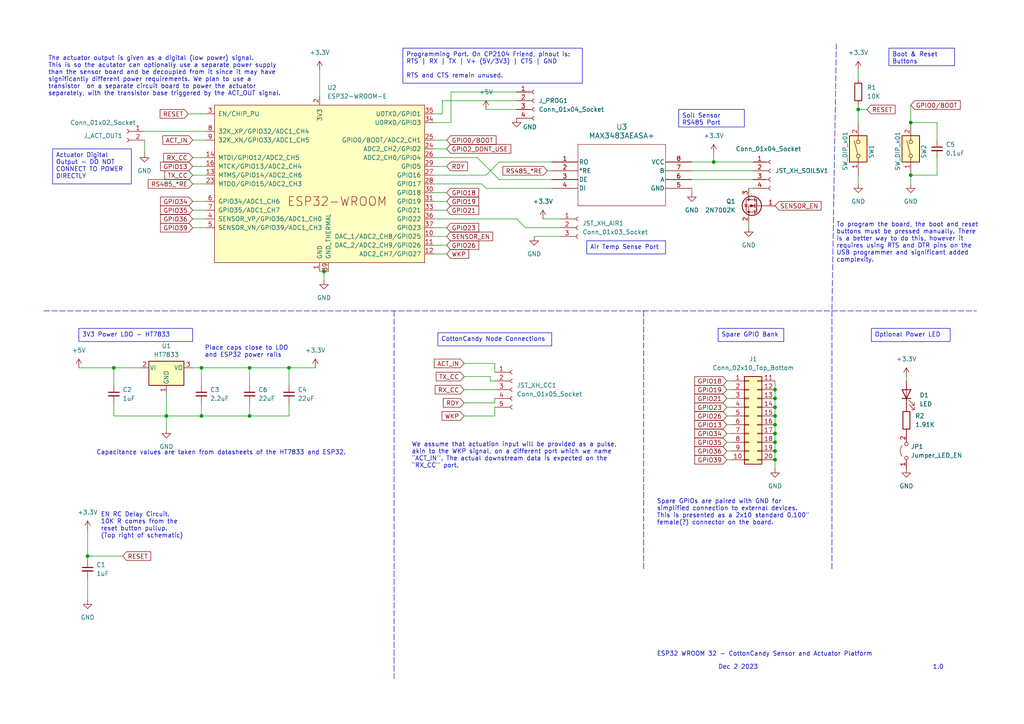
<source format=kicad_sch>
(kicad_sch (version 20230121) (generator eeschema)

  (uuid f305b47d-1a34-49f4-94a4-22a58fb9ed31)

  (paper "A4")

  (lib_symbols
    (symbol "Connector:Conn_01x02_Socket" (pin_names (offset 1.016) hide) (in_bom yes) (on_board yes)
      (property "Reference" "J" (at 0 2.54 0)
        (effects (font (size 1.27 1.27)))
      )
      (property "Value" "Conn_01x02_Socket" (at 0 -5.08 0)
        (effects (font (size 1.27 1.27)))
      )
      (property "Footprint" "" (at 0 0 0)
        (effects (font (size 1.27 1.27)) hide)
      )
      (property "Datasheet" "~" (at 0 0 0)
        (effects (font (size 1.27 1.27)) hide)
      )
      (property "ki_locked" "" (at 0 0 0)
        (effects (font (size 1.27 1.27)))
      )
      (property "ki_keywords" "connector" (at 0 0 0)
        (effects (font (size 1.27 1.27)) hide)
      )
      (property "ki_description" "Generic connector, single row, 01x02, script generated" (at 0 0 0)
        (effects (font (size 1.27 1.27)) hide)
      )
      (property "ki_fp_filters" "Connector*:*_1x??_*" (at 0 0 0)
        (effects (font (size 1.27 1.27)) hide)
      )
      (symbol "Conn_01x02_Socket_1_1"
        (arc (start 0 -2.032) (mid -0.5058 -2.54) (end 0 -3.048)
          (stroke (width 0.1524) (type default))
          (fill (type none))
        )
        (polyline
          (pts
            (xy -1.27 -2.54)
            (xy -0.508 -2.54)
          )
          (stroke (width 0.1524) (type default))
          (fill (type none))
        )
        (polyline
          (pts
            (xy -1.27 0)
            (xy -0.508 0)
          )
          (stroke (width 0.1524) (type default))
          (fill (type none))
        )
        (arc (start 0 0.508) (mid -0.5058 0) (end 0 -0.508)
          (stroke (width 0.1524) (type default))
          (fill (type none))
        )
        (pin passive line (at -5.08 0 0) (length 3.81)
          (name "Pin_1" (effects (font (size 1.27 1.27))))
          (number "1" (effects (font (size 1.27 1.27))))
        )
        (pin passive line (at -5.08 -2.54 0) (length 3.81)
          (name "Pin_2" (effects (font (size 1.27 1.27))))
          (number "2" (effects (font (size 1.27 1.27))))
        )
      )
    )
    (symbol "Connector:Conn_01x03_Socket" (pin_names (offset 1.016) hide) (in_bom yes) (on_board yes)
      (property "Reference" "J" (at 0 5.08 0)
        (effects (font (size 1.27 1.27)))
      )
      (property "Value" "Conn_01x03_Socket" (at 0 -5.08 0)
        (effects (font (size 1.27 1.27)))
      )
      (property "Footprint" "" (at 0 0 0)
        (effects (font (size 1.27 1.27)) hide)
      )
      (property "Datasheet" "~" (at 0 0 0)
        (effects (font (size 1.27 1.27)) hide)
      )
      (property "ki_locked" "" (at 0 0 0)
        (effects (font (size 1.27 1.27)))
      )
      (property "ki_keywords" "connector" (at 0 0 0)
        (effects (font (size 1.27 1.27)) hide)
      )
      (property "ki_description" "Generic connector, single row, 01x03, script generated" (at 0 0 0)
        (effects (font (size 1.27 1.27)) hide)
      )
      (property "ki_fp_filters" "Connector*:*_1x??_*" (at 0 0 0)
        (effects (font (size 1.27 1.27)) hide)
      )
      (symbol "Conn_01x03_Socket_1_1"
        (arc (start 0 -2.032) (mid -0.5058 -2.54) (end 0 -3.048)
          (stroke (width 0.1524) (type default))
          (fill (type none))
        )
        (polyline
          (pts
            (xy -1.27 -2.54)
            (xy -0.508 -2.54)
          )
          (stroke (width 0.1524) (type default))
          (fill (type none))
        )
        (polyline
          (pts
            (xy -1.27 0)
            (xy -0.508 0)
          )
          (stroke (width 0.1524) (type default))
          (fill (type none))
        )
        (polyline
          (pts
            (xy -1.27 2.54)
            (xy -0.508 2.54)
          )
          (stroke (width 0.1524) (type default))
          (fill (type none))
        )
        (arc (start 0 0.508) (mid -0.5058 0) (end 0 -0.508)
          (stroke (width 0.1524) (type default))
          (fill (type none))
        )
        (arc (start 0 3.048) (mid -0.5058 2.54) (end 0 2.032)
          (stroke (width 0.1524) (type default))
          (fill (type none))
        )
        (pin passive line (at -5.08 2.54 0) (length 3.81)
          (name "Pin_1" (effects (font (size 1.27 1.27))))
          (number "1" (effects (font (size 1.27 1.27))))
        )
        (pin passive line (at -5.08 0 0) (length 3.81)
          (name "Pin_2" (effects (font (size 1.27 1.27))))
          (number "2" (effects (font (size 1.27 1.27))))
        )
        (pin passive line (at -5.08 -2.54 0) (length 3.81)
          (name "Pin_3" (effects (font (size 1.27 1.27))))
          (number "3" (effects (font (size 1.27 1.27))))
        )
      )
    )
    (symbol "Connector:Conn_01x04_Socket" (pin_names (offset 1.016) hide) (in_bom yes) (on_board yes)
      (property "Reference" "J" (at 0 5.08 0)
        (effects (font (size 1.27 1.27)))
      )
      (property "Value" "Conn_01x04_Socket" (at 0 -7.62 0)
        (effects (font (size 1.27 1.27)))
      )
      (property "Footprint" "" (at 0 0 0)
        (effects (font (size 1.27 1.27)) hide)
      )
      (property "Datasheet" "~" (at 0 0 0)
        (effects (font (size 1.27 1.27)) hide)
      )
      (property "ki_locked" "" (at 0 0 0)
        (effects (font (size 1.27 1.27)))
      )
      (property "ki_keywords" "connector" (at 0 0 0)
        (effects (font (size 1.27 1.27)) hide)
      )
      (property "ki_description" "Generic connector, single row, 01x04, script generated" (at 0 0 0)
        (effects (font (size 1.27 1.27)) hide)
      )
      (property "ki_fp_filters" "Connector*:*_1x??_*" (at 0 0 0)
        (effects (font (size 1.27 1.27)) hide)
      )
      (symbol "Conn_01x04_Socket_1_1"
        (arc (start 0 -4.572) (mid -0.5058 -5.08) (end 0 -5.588)
          (stroke (width 0.1524) (type default))
          (fill (type none))
        )
        (arc (start 0 -2.032) (mid -0.5058 -2.54) (end 0 -3.048)
          (stroke (width 0.1524) (type default))
          (fill (type none))
        )
        (polyline
          (pts
            (xy -1.27 -5.08)
            (xy -0.508 -5.08)
          )
          (stroke (width 0.1524) (type default))
          (fill (type none))
        )
        (polyline
          (pts
            (xy -1.27 -2.54)
            (xy -0.508 -2.54)
          )
          (stroke (width 0.1524) (type default))
          (fill (type none))
        )
        (polyline
          (pts
            (xy -1.27 0)
            (xy -0.508 0)
          )
          (stroke (width 0.1524) (type default))
          (fill (type none))
        )
        (polyline
          (pts
            (xy -1.27 2.54)
            (xy -0.508 2.54)
          )
          (stroke (width 0.1524) (type default))
          (fill (type none))
        )
        (arc (start 0 0.508) (mid -0.5058 0) (end 0 -0.508)
          (stroke (width 0.1524) (type default))
          (fill (type none))
        )
        (arc (start 0 3.048) (mid -0.5058 2.54) (end 0 2.032)
          (stroke (width 0.1524) (type default))
          (fill (type none))
        )
        (pin passive line (at -5.08 2.54 0) (length 3.81)
          (name "Pin_1" (effects (font (size 1.27 1.27))))
          (number "1" (effects (font (size 1.27 1.27))))
        )
        (pin passive line (at -5.08 0 0) (length 3.81)
          (name "Pin_2" (effects (font (size 1.27 1.27))))
          (number "2" (effects (font (size 1.27 1.27))))
        )
        (pin passive line (at -5.08 -2.54 0) (length 3.81)
          (name "Pin_3" (effects (font (size 1.27 1.27))))
          (number "3" (effects (font (size 1.27 1.27))))
        )
        (pin passive line (at -5.08 -5.08 0) (length 3.81)
          (name "Pin_4" (effects (font (size 1.27 1.27))))
          (number "4" (effects (font (size 1.27 1.27))))
        )
      )
    )
    (symbol "Connector:Conn_01x05_Socket" (pin_names (offset 1.016) hide) (in_bom yes) (on_board yes)
      (property "Reference" "J" (at 0 7.62 0)
        (effects (font (size 1.27 1.27)))
      )
      (property "Value" "Conn_01x05_Socket" (at 0 -7.62 0)
        (effects (font (size 1.27 1.27)))
      )
      (property "Footprint" "" (at 0 0 0)
        (effects (font (size 1.27 1.27)) hide)
      )
      (property "Datasheet" "~" (at 0 0 0)
        (effects (font (size 1.27 1.27)) hide)
      )
      (property "ki_locked" "" (at 0 0 0)
        (effects (font (size 1.27 1.27)))
      )
      (property "ki_keywords" "connector" (at 0 0 0)
        (effects (font (size 1.27 1.27)) hide)
      )
      (property "ki_description" "Generic connector, single row, 01x05, script generated" (at 0 0 0)
        (effects (font (size 1.27 1.27)) hide)
      )
      (property "ki_fp_filters" "Connector*:*_1x??_*" (at 0 0 0)
        (effects (font (size 1.27 1.27)) hide)
      )
      (symbol "Conn_01x05_Socket_1_1"
        (arc (start 0 -4.572) (mid -0.5058 -5.08) (end 0 -5.588)
          (stroke (width 0.1524) (type default))
          (fill (type none))
        )
        (arc (start 0 -2.032) (mid -0.5058 -2.54) (end 0 -3.048)
          (stroke (width 0.1524) (type default))
          (fill (type none))
        )
        (polyline
          (pts
            (xy -1.27 -5.08)
            (xy -0.508 -5.08)
          )
          (stroke (width 0.1524) (type default))
          (fill (type none))
        )
        (polyline
          (pts
            (xy -1.27 -2.54)
            (xy -0.508 -2.54)
          )
          (stroke (width 0.1524) (type default))
          (fill (type none))
        )
        (polyline
          (pts
            (xy -1.27 0)
            (xy -0.508 0)
          )
          (stroke (width 0.1524) (type default))
          (fill (type none))
        )
        (polyline
          (pts
            (xy -1.27 2.54)
            (xy -0.508 2.54)
          )
          (stroke (width 0.1524) (type default))
          (fill (type none))
        )
        (polyline
          (pts
            (xy -1.27 5.08)
            (xy -0.508 5.08)
          )
          (stroke (width 0.1524) (type default))
          (fill (type none))
        )
        (arc (start 0 0.508) (mid -0.5058 0) (end 0 -0.508)
          (stroke (width 0.1524) (type default))
          (fill (type none))
        )
        (arc (start 0 3.048) (mid -0.5058 2.54) (end 0 2.032)
          (stroke (width 0.1524) (type default))
          (fill (type none))
        )
        (arc (start 0 5.588) (mid -0.5058 5.08) (end 0 4.572)
          (stroke (width 0.1524) (type default))
          (fill (type none))
        )
        (pin passive line (at -5.08 5.08 0) (length 3.81)
          (name "Pin_1" (effects (font (size 1.27 1.27))))
          (number "1" (effects (font (size 1.27 1.27))))
        )
        (pin passive line (at -5.08 2.54 0) (length 3.81)
          (name "Pin_2" (effects (font (size 1.27 1.27))))
          (number "2" (effects (font (size 1.27 1.27))))
        )
        (pin passive line (at -5.08 0 0) (length 3.81)
          (name "Pin_3" (effects (font (size 1.27 1.27))))
          (number "3" (effects (font (size 1.27 1.27))))
        )
        (pin passive line (at -5.08 -2.54 0) (length 3.81)
          (name "Pin_4" (effects (font (size 1.27 1.27))))
          (number "4" (effects (font (size 1.27 1.27))))
        )
        (pin passive line (at -5.08 -5.08 0) (length 3.81)
          (name "Pin_5" (effects (font (size 1.27 1.27))))
          (number "5" (effects (font (size 1.27 1.27))))
        )
      )
    )
    (symbol "Connector_Generic:Conn_02x10_Top_Bottom" (pin_names (offset 1.016) hide) (in_bom yes) (on_board yes)
      (property "Reference" "J" (at 1.27 12.7 0)
        (effects (font (size 1.27 1.27)))
      )
      (property "Value" "Conn_02x10_Top_Bottom" (at 1.27 -15.24 0)
        (effects (font (size 1.27 1.27)))
      )
      (property "Footprint" "" (at 0 0 0)
        (effects (font (size 1.27 1.27)) hide)
      )
      (property "Datasheet" "~" (at 0 0 0)
        (effects (font (size 1.27 1.27)) hide)
      )
      (property "ki_keywords" "connector" (at 0 0 0)
        (effects (font (size 1.27 1.27)) hide)
      )
      (property "ki_description" "Generic connector, double row, 02x10, top/bottom pin numbering scheme (row 1: 1...pins_per_row, row2: pins_per_row+1 ... num_pins), script generated (kicad-library-utils/schlib/autogen/connector/)" (at 0 0 0)
        (effects (font (size 1.27 1.27)) hide)
      )
      (property "ki_fp_filters" "Connector*:*_2x??_*" (at 0 0 0)
        (effects (font (size 1.27 1.27)) hide)
      )
      (symbol "Conn_02x10_Top_Bottom_1_1"
        (rectangle (start -1.27 -12.573) (end 0 -12.827)
          (stroke (width 0.1524) (type default))
          (fill (type none))
        )
        (rectangle (start -1.27 -10.033) (end 0 -10.287)
          (stroke (width 0.1524) (type default))
          (fill (type none))
        )
        (rectangle (start -1.27 -7.493) (end 0 -7.747)
          (stroke (width 0.1524) (type default))
          (fill (type none))
        )
        (rectangle (start -1.27 -4.953) (end 0 -5.207)
          (stroke (width 0.1524) (type default))
          (fill (type none))
        )
        (rectangle (start -1.27 -2.413) (end 0 -2.667)
          (stroke (width 0.1524) (type default))
          (fill (type none))
        )
        (rectangle (start -1.27 0.127) (end 0 -0.127)
          (stroke (width 0.1524) (type default))
          (fill (type none))
        )
        (rectangle (start -1.27 2.667) (end 0 2.413)
          (stroke (width 0.1524) (type default))
          (fill (type none))
        )
        (rectangle (start -1.27 5.207) (end 0 4.953)
          (stroke (width 0.1524) (type default))
          (fill (type none))
        )
        (rectangle (start -1.27 7.747) (end 0 7.493)
          (stroke (width 0.1524) (type default))
          (fill (type none))
        )
        (rectangle (start -1.27 10.287) (end 0 10.033)
          (stroke (width 0.1524) (type default))
          (fill (type none))
        )
        (rectangle (start -1.27 11.43) (end 3.81 -13.97)
          (stroke (width 0.254) (type default))
          (fill (type background))
        )
        (rectangle (start 3.81 -12.573) (end 2.54 -12.827)
          (stroke (width 0.1524) (type default))
          (fill (type none))
        )
        (rectangle (start 3.81 -10.033) (end 2.54 -10.287)
          (stroke (width 0.1524) (type default))
          (fill (type none))
        )
        (rectangle (start 3.81 -7.493) (end 2.54 -7.747)
          (stroke (width 0.1524) (type default))
          (fill (type none))
        )
        (rectangle (start 3.81 -4.953) (end 2.54 -5.207)
          (stroke (width 0.1524) (type default))
          (fill (type none))
        )
        (rectangle (start 3.81 -2.413) (end 2.54 -2.667)
          (stroke (width 0.1524) (type default))
          (fill (type none))
        )
        (rectangle (start 3.81 0.127) (end 2.54 -0.127)
          (stroke (width 0.1524) (type default))
          (fill (type none))
        )
        (rectangle (start 3.81 2.667) (end 2.54 2.413)
          (stroke (width 0.1524) (type default))
          (fill (type none))
        )
        (rectangle (start 3.81 5.207) (end 2.54 4.953)
          (stroke (width 0.1524) (type default))
          (fill (type none))
        )
        (rectangle (start 3.81 7.747) (end 2.54 7.493)
          (stroke (width 0.1524) (type default))
          (fill (type none))
        )
        (rectangle (start 3.81 10.287) (end 2.54 10.033)
          (stroke (width 0.1524) (type default))
          (fill (type none))
        )
        (pin passive line (at -5.08 10.16 0) (length 3.81)
          (name "Pin_1" (effects (font (size 1.27 1.27))))
          (number "1" (effects (font (size 1.27 1.27))))
        )
        (pin passive line (at -5.08 -12.7 0) (length 3.81)
          (name "Pin_10" (effects (font (size 1.27 1.27))))
          (number "10" (effects (font (size 1.27 1.27))))
        )
        (pin passive line (at 7.62 10.16 180) (length 3.81)
          (name "Pin_11" (effects (font (size 1.27 1.27))))
          (number "11" (effects (font (size 1.27 1.27))))
        )
        (pin passive line (at 7.62 7.62 180) (length 3.81)
          (name "Pin_12" (effects (font (size 1.27 1.27))))
          (number "12" (effects (font (size 1.27 1.27))))
        )
        (pin passive line (at 7.62 5.08 180) (length 3.81)
          (name "Pin_13" (effects (font (size 1.27 1.27))))
          (number "13" (effects (font (size 1.27 1.27))))
        )
        (pin passive line (at 7.62 2.54 180) (length 3.81)
          (name "Pin_14" (effects (font (size 1.27 1.27))))
          (number "14" (effects (font (size 1.27 1.27))))
        )
        (pin passive line (at 7.62 0 180) (length 3.81)
          (name "Pin_15" (effects (font (size 1.27 1.27))))
          (number "15" (effects (font (size 1.27 1.27))))
        )
        (pin passive line (at 7.62 -2.54 180) (length 3.81)
          (name "Pin_16" (effects (font (size 1.27 1.27))))
          (number "16" (effects (font (size 1.27 1.27))))
        )
        (pin passive line (at 7.62 -5.08 180) (length 3.81)
          (name "Pin_17" (effects (font (size 1.27 1.27))))
          (number "17" (effects (font (size 1.27 1.27))))
        )
        (pin passive line (at 7.62 -7.62 180) (length 3.81)
          (name "Pin_18" (effects (font (size 1.27 1.27))))
          (number "18" (effects (font (size 1.27 1.27))))
        )
        (pin passive line (at 7.62 -10.16 180) (length 3.81)
          (name "Pin_19" (effects (font (size 1.27 1.27))))
          (number "19" (effects (font (size 1.27 1.27))))
        )
        (pin passive line (at -5.08 7.62 0) (length 3.81)
          (name "Pin_2" (effects (font (size 1.27 1.27))))
          (number "2" (effects (font (size 1.27 1.27))))
        )
        (pin passive line (at 7.62 -12.7 180) (length 3.81)
          (name "Pin_20" (effects (font (size 1.27 1.27))))
          (number "20" (effects (font (size 1.27 1.27))))
        )
        (pin passive line (at -5.08 5.08 0) (length 3.81)
          (name "Pin_3" (effects (font (size 1.27 1.27))))
          (number "3" (effects (font (size 1.27 1.27))))
        )
        (pin passive line (at -5.08 2.54 0) (length 3.81)
          (name "Pin_4" (effects (font (size 1.27 1.27))))
          (number "4" (effects (font (size 1.27 1.27))))
        )
        (pin passive line (at -5.08 0 0) (length 3.81)
          (name "Pin_5" (effects (font (size 1.27 1.27))))
          (number "5" (effects (font (size 1.27 1.27))))
        )
        (pin passive line (at -5.08 -2.54 0) (length 3.81)
          (name "Pin_6" (effects (font (size 1.27 1.27))))
          (number "6" (effects (font (size 1.27 1.27))))
        )
        (pin passive line (at -5.08 -5.08 0) (length 3.81)
          (name "Pin_7" (effects (font (size 1.27 1.27))))
          (number "7" (effects (font (size 1.27 1.27))))
        )
        (pin passive line (at -5.08 -7.62 0) (length 3.81)
          (name "Pin_8" (effects (font (size 1.27 1.27))))
          (number "8" (effects (font (size 1.27 1.27))))
        )
        (pin passive line (at -5.08 -10.16 0) (length 3.81)
          (name "Pin_9" (effects (font (size 1.27 1.27))))
          (number "9" (effects (font (size 1.27 1.27))))
        )
      )
    )
    (symbol "Device:C_Small" (pin_numbers hide) (pin_names (offset 0.254) hide) (in_bom yes) (on_board yes)
      (property "Reference" "C" (at 0.254 1.778 0)
        (effects (font (size 1.27 1.27)) (justify left))
      )
      (property "Value" "C_Small" (at 0.254 -2.032 0)
        (effects (font (size 1.27 1.27)) (justify left))
      )
      (property "Footprint" "" (at 0 0 0)
        (effects (font (size 1.27 1.27)) hide)
      )
      (property "Datasheet" "~" (at 0 0 0)
        (effects (font (size 1.27 1.27)) hide)
      )
      (property "ki_keywords" "capacitor cap" (at 0 0 0)
        (effects (font (size 1.27 1.27)) hide)
      )
      (property "ki_description" "Unpolarized capacitor, small symbol" (at 0 0 0)
        (effects (font (size 1.27 1.27)) hide)
      )
      (property "ki_fp_filters" "C_*" (at 0 0 0)
        (effects (font (size 1.27 1.27)) hide)
      )
      (symbol "C_Small_0_1"
        (polyline
          (pts
            (xy -1.524 -0.508)
            (xy 1.524 -0.508)
          )
          (stroke (width 0.3302) (type default))
          (fill (type none))
        )
        (polyline
          (pts
            (xy -1.524 0.508)
            (xy 1.524 0.508)
          )
          (stroke (width 0.3048) (type default))
          (fill (type none))
        )
      )
      (symbol "C_Small_1_1"
        (pin passive line (at 0 2.54 270) (length 2.032)
          (name "~" (effects (font (size 1.27 1.27))))
          (number "1" (effects (font (size 1.27 1.27))))
        )
        (pin passive line (at 0 -2.54 90) (length 2.032)
          (name "~" (effects (font (size 1.27 1.27))))
          (number "2" (effects (font (size 1.27 1.27))))
        )
      )
    )
    (symbol "Device:LED" (pin_numbers hide) (pin_names (offset 1.016) hide) (in_bom yes) (on_board yes)
      (property "Reference" "D" (at 0 2.54 0)
        (effects (font (size 1.27 1.27)))
      )
      (property "Value" "LED" (at 0 -2.54 0)
        (effects (font (size 1.27 1.27)))
      )
      (property "Footprint" "" (at 0 0 0)
        (effects (font (size 1.27 1.27)) hide)
      )
      (property "Datasheet" "~" (at 0 0 0)
        (effects (font (size 1.27 1.27)) hide)
      )
      (property "ki_keywords" "LED diode" (at 0 0 0)
        (effects (font (size 1.27 1.27)) hide)
      )
      (property "ki_description" "Light emitting diode" (at 0 0 0)
        (effects (font (size 1.27 1.27)) hide)
      )
      (property "ki_fp_filters" "LED* LED_SMD:* LED_THT:*" (at 0 0 0)
        (effects (font (size 1.27 1.27)) hide)
      )
      (symbol "LED_0_1"
        (polyline
          (pts
            (xy -1.27 -1.27)
            (xy -1.27 1.27)
          )
          (stroke (width 0.254) (type default))
          (fill (type none))
        )
        (polyline
          (pts
            (xy -1.27 0)
            (xy 1.27 0)
          )
          (stroke (width 0) (type default))
          (fill (type none))
        )
        (polyline
          (pts
            (xy 1.27 -1.27)
            (xy 1.27 1.27)
            (xy -1.27 0)
            (xy 1.27 -1.27)
          )
          (stroke (width 0.254) (type default))
          (fill (type none))
        )
        (polyline
          (pts
            (xy -3.048 -0.762)
            (xy -4.572 -2.286)
            (xy -3.81 -2.286)
            (xy -4.572 -2.286)
            (xy -4.572 -1.524)
          )
          (stroke (width 0) (type default))
          (fill (type none))
        )
        (polyline
          (pts
            (xy -1.778 -0.762)
            (xy -3.302 -2.286)
            (xy -2.54 -2.286)
            (xy -3.302 -2.286)
            (xy -3.302 -1.524)
          )
          (stroke (width 0) (type default))
          (fill (type none))
        )
      )
      (symbol "LED_1_1"
        (pin passive line (at -3.81 0 0) (length 2.54)
          (name "K" (effects (font (size 1.27 1.27))))
          (number "1" (effects (font (size 1.27 1.27))))
        )
        (pin passive line (at 3.81 0 180) (length 2.54)
          (name "A" (effects (font (size 1.27 1.27))))
          (number "2" (effects (font (size 1.27 1.27))))
        )
      )
    )
    (symbol "Device:R" (pin_numbers hide) (pin_names (offset 0)) (in_bom yes) (on_board yes)
      (property "Reference" "R" (at 2.032 0 90)
        (effects (font (size 1.27 1.27)))
      )
      (property "Value" "R" (at 0 0 90)
        (effects (font (size 1.27 1.27)))
      )
      (property "Footprint" "" (at -1.778 0 90)
        (effects (font (size 1.27 1.27)) hide)
      )
      (property "Datasheet" "~" (at 0 0 0)
        (effects (font (size 1.27 1.27)) hide)
      )
      (property "ki_keywords" "R res resistor" (at 0 0 0)
        (effects (font (size 1.27 1.27)) hide)
      )
      (property "ki_description" "Resistor" (at 0 0 0)
        (effects (font (size 1.27 1.27)) hide)
      )
      (property "ki_fp_filters" "R_*" (at 0 0 0)
        (effects (font (size 1.27 1.27)) hide)
      )
      (symbol "R_0_1"
        (rectangle (start -1.016 -2.54) (end 1.016 2.54)
          (stroke (width 0.254) (type default))
          (fill (type none))
        )
      )
      (symbol "R_1_1"
        (pin passive line (at 0 3.81 270) (length 1.27)
          (name "~" (effects (font (size 1.27 1.27))))
          (number "1" (effects (font (size 1.27 1.27))))
        )
        (pin passive line (at 0 -3.81 90) (length 1.27)
          (name "~" (effects (font (size 1.27 1.27))))
          (number "2" (effects (font (size 1.27 1.27))))
        )
      )
    )
    (symbol "Jumper:Jumper_2_Open" (pin_names (offset 0) hide) (in_bom yes) (on_board yes)
      (property "Reference" "JP" (at 0 2.794 0)
        (effects (font (size 1.27 1.27)))
      )
      (property "Value" "Jumper_2_Open" (at 0 -2.286 0)
        (effects (font (size 1.27 1.27)))
      )
      (property "Footprint" "" (at 0 0 0)
        (effects (font (size 1.27 1.27)) hide)
      )
      (property "Datasheet" "~" (at 0 0 0)
        (effects (font (size 1.27 1.27)) hide)
      )
      (property "ki_keywords" "Jumper SPST" (at 0 0 0)
        (effects (font (size 1.27 1.27)) hide)
      )
      (property "ki_description" "Jumper, 2-pole, open" (at 0 0 0)
        (effects (font (size 1.27 1.27)) hide)
      )
      (property "ki_fp_filters" "Jumper* TestPoint*2Pads* TestPoint*Bridge*" (at 0 0 0)
        (effects (font (size 1.27 1.27)) hide)
      )
      (symbol "Jumper_2_Open_0_0"
        (circle (center -2.032 0) (radius 0.508)
          (stroke (width 0) (type default))
          (fill (type none))
        )
        (circle (center 2.032 0) (radius 0.508)
          (stroke (width 0) (type default))
          (fill (type none))
        )
      )
      (symbol "Jumper_2_Open_0_1"
        (arc (start 1.524 1.27) (mid 0 1.778) (end -1.524 1.27)
          (stroke (width 0) (type default))
          (fill (type none))
        )
      )
      (symbol "Jumper_2_Open_1_1"
        (pin passive line (at -5.08 0 0) (length 2.54)
          (name "A" (effects (font (size 1.27 1.27))))
          (number "1" (effects (font (size 1.27 1.27))))
        )
        (pin passive line (at 5.08 0 180) (length 2.54)
          (name "B" (effects (font (size 1.27 1.27))))
          (number "2" (effects (font (size 1.27 1.27))))
        )
      )
    )
    (symbol "MAX3483:MAX3483AEASA+" (pin_names (offset 0.254)) (in_bom yes) (on_board yes)
      (property "Reference" "U" (at 20.32 10.16 0)
        (effects (font (size 1.524 1.524)))
      )
      (property "Value" "MAX3483AEASA+" (at 20.32 7.62 0)
        (effects (font (size 1.524 1.524)))
      )
      (property "Footprint" "21-0041B_8_MXM" (at 0 0 0)
        (effects (font (size 1.27 1.27) italic) hide)
      )
      (property "Datasheet" "MAX3483AEASA+" (at 0 0 0)
        (effects (font (size 1.27 1.27) italic) hide)
      )
      (property "ki_locked" "" (at 0 0 0)
        (effects (font (size 1.27 1.27)))
      )
      (property "ki_keywords" "MAX3483AEASA+" (at 0 0 0)
        (effects (font (size 1.27 1.27)) hide)
      )
      (property "ki_fp_filters" "21-0041B_8_MXM 21-0041B_8_MXM-M 21-0041B_8_MXM-L" (at 0 0 0)
        (effects (font (size 1.27 1.27)) hide)
      )
      (symbol "MAX3483AEASA+_0_1"
        (polyline
          (pts
            (xy 7.62 -12.7)
            (xy 33.02 -12.7)
          )
          (stroke (width 0.127) (type default))
          (fill (type none))
        )
        (polyline
          (pts
            (xy 7.62 5.08)
            (xy 7.62 -12.7)
          )
          (stroke (width 0.127) (type default))
          (fill (type none))
        )
        (polyline
          (pts
            (xy 33.02 -12.7)
            (xy 33.02 5.08)
          )
          (stroke (width 0.127) (type default))
          (fill (type none))
        )
        (polyline
          (pts
            (xy 33.02 5.08)
            (xy 7.62 5.08)
          )
          (stroke (width 0.127) (type default))
          (fill (type none))
        )
        (pin unspecified line (at 0 0 0) (length 7.62)
          (name "RO" (effects (font (size 1.27 1.27))))
          (number "1" (effects (font (size 1.27 1.27))))
        )
        (pin unspecified line (at 0 -2.54 0) (length 7.62)
          (name "*RE" (effects (font (size 1.27 1.27))))
          (number "2" (effects (font (size 1.27 1.27))))
        )
        (pin unspecified line (at 0 -5.08 0) (length 7.62)
          (name "DE" (effects (font (size 1.27 1.27))))
          (number "3" (effects (font (size 1.27 1.27))))
        )
        (pin unspecified line (at 0 -7.62 0) (length 7.62)
          (name "DI" (effects (font (size 1.27 1.27))))
          (number "4" (effects (font (size 1.27 1.27))))
        )
        (pin power_out line (at 40.64 -7.62 180) (length 7.62)
          (name "GND" (effects (font (size 1.27 1.27))))
          (number "5" (effects (font (size 1.27 1.27))))
        )
        (pin unspecified line (at 40.64 -5.08 180) (length 7.62)
          (name "A" (effects (font (size 1.27 1.27))))
          (number "6" (effects (font (size 1.27 1.27))))
        )
        (pin unspecified line (at 40.64 -2.54 180) (length 7.62)
          (name "B" (effects (font (size 1.27 1.27))))
          (number "7" (effects (font (size 1.27 1.27))))
        )
        (pin power_in line (at 40.64 0 180) (length 7.62)
          (name "VCC" (effects (font (size 1.27 1.27))))
          (number "8" (effects (font (size 1.27 1.27))))
        )
      )
    )
    (symbol "PCM_Espressif:ESP32-WROOM-E" (pin_names (offset 1.016)) (in_bom yes) (on_board yes)
      (property "Reference" "U" (at -30.48 27.94 0)
        (effects (font (size 1.27 1.27)) (justify left))
      )
      (property "Value" "ESP32-WROOM-E" (at -30.48 25.4 0)
        (effects (font (size 1.27 1.27)) (justify left))
      )
      (property "Footprint" "PCM_Espressif:ESP32-WROOM-32E" (at 0 -35.56 0)
        (effects (font (size 1.27 1.27)) hide)
      )
      (property "Datasheet" "https://www.espressif.com/sites/default/files/documentation/esp32-wroom-32e_esp32-wroom-32ue_datasheet_en.pdf" (at 0 -38.1 0)
        (effects (font (size 1.27 1.27)) hide)
      )
      (property "ki_keywords" "ESP32" (at 0 0 0)
        (effects (font (size 1.27 1.27)) hide)
      )
      (property "ki_description" "ESP32-WROOM-32E integrates ESP32-D0WD-V3, with higher stability and safety performance." (at 0 0 0)
        (effects (font (size 1.27 1.27)) hide)
      )
      (symbol "ESP32-WROOM-E_0_1"
        (rectangle (start -30.48 22.86) (end 30.48 -22.86)
          (stroke (width 0) (type default))
          (fill (type background))
        )
      )
      (symbol "ESP32-WROOM-E_1_1"
        (text "ESP32-­WROOM­" (at 5.08 -5.08 0)
          (effects (font (size 2.54 2.54)))
        )
        (pin power_in line (at 0 -25.4 90) (length 2.54)
          (name "GND" (effects (font (size 1.27 1.27))))
          (number "1" (effects (font (size 1.27 1.27))))
        )
        (pin bidirectional line (at 33.02 -15.24 180) (length 2.54)
          (name "DAC_1/ADC2_CH8/GPIO25" (effects (font (size 1.27 1.27))))
          (number "10" (effects (font (size 1.27 1.27))))
        )
        (pin bidirectional line (at 33.02 -17.78 180) (length 2.54)
          (name "DAC_2/ADC2_CH9/GPIO26" (effects (font (size 1.27 1.27))))
          (number "11" (effects (font (size 1.27 1.27))))
        )
        (pin bidirectional line (at 33.02 -20.32 180) (length 2.54)
          (name "ADC2_CH7/GPIO27" (effects (font (size 1.27 1.27))))
          (number "12" (effects (font (size 1.27 1.27))))
        )
        (pin bidirectional line (at -33.02 2.54 0) (length 2.54)
          (name "MTMS/GPIO14/ADC2_CH6" (effects (font (size 1.27 1.27))))
          (number "13" (effects (font (size 1.27 1.27))))
        )
        (pin bidirectional line (at -33.02 7.62 0) (length 2.54)
          (name "MTDI/GPIO12/ADC2_CH5" (effects (font (size 1.27 1.27))))
          (number "14" (effects (font (size 1.27 1.27))))
        )
        (pin passive line (at 0 -25.4 90) (length 2.54) hide
          (name "GND" (effects (font (size 1.27 1.27))))
          (number "15" (effects (font (size 1.27 1.27))))
        )
        (pin bidirectional line (at -33.02 5.08 0) (length 2.54)
          (name "MTCK/GPIO13/ADC2_CH4" (effects (font (size 1.27 1.27))))
          (number "16" (effects (font (size 1.27 1.27))))
        )
        (pin power_in line (at 0 25.4 270) (length 2.54)
          (name "3V3" (effects (font (size 1.27 1.27))))
          (number "2" (effects (font (size 1.27 1.27))))
        )
        (pin bidirectional line (at -33.02 0 0) (length 2.54)
          (name "MTDO/GPIO15/ADC2_CH3" (effects (font (size 1.27 1.27))))
          (number "23" (effects (font (size 1.27 1.27))))
        )
        (pin bidirectional line (at 33.02 10.16 180) (length 2.54)
          (name "ADC2_CH2/GPIO2" (effects (font (size 1.27 1.27))))
          (number "24" (effects (font (size 1.27 1.27))))
        )
        (pin bidirectional line (at 33.02 12.7 180) (length 2.54)
          (name "GPIO0/BOOT/ADC2_CH1" (effects (font (size 1.27 1.27))))
          (number "25" (effects (font (size 1.27 1.27))))
        )
        (pin bidirectional line (at 33.02 7.62 180) (length 2.54)
          (name "ADC2_CH0/GPIO4" (effects (font (size 1.27 1.27))))
          (number "26" (effects (font (size 1.27 1.27))))
        )
        (pin bidirectional line (at 33.02 2.54 180) (length 2.54)
          (name "GPIO16" (effects (font (size 1.27 1.27))))
          (number "27" (effects (font (size 1.27 1.27))))
        )
        (pin bidirectional line (at 33.02 0 180) (length 2.54)
          (name "GPIO17" (effects (font (size 1.27 1.27))))
          (number "28" (effects (font (size 1.27 1.27))))
        )
        (pin bidirectional line (at 33.02 5.08 180) (length 2.54)
          (name "GPIO5" (effects (font (size 1.27 1.27))))
          (number "29" (effects (font (size 1.27 1.27))))
        )
        (pin input line (at -33.02 20.32 0) (length 2.54)
          (name "EN/CHIP_PU" (effects (font (size 1.27 1.27))))
          (number "3" (effects (font (size 1.27 1.27))))
        )
        (pin bidirectional line (at 33.02 -2.54 180) (length 2.54)
          (name "GPIO18" (effects (font (size 1.27 1.27))))
          (number "30" (effects (font (size 1.27 1.27))))
        )
        (pin bidirectional line (at 33.02 -5.08 180) (length 2.54)
          (name "GPIO19" (effects (font (size 1.27 1.27))))
          (number "31" (effects (font (size 1.27 1.27))))
        )
        (pin bidirectional line (at 33.02 -7.62 180) (length 2.54)
          (name "GPIO21" (effects (font (size 1.27 1.27))))
          (number "33" (effects (font (size 1.27 1.27))))
        )
        (pin bidirectional line (at 33.02 17.78 180) (length 2.54)
          (name "U0RXD/GPIO3" (effects (font (size 1.27 1.27))))
          (number "34" (effects (font (size 1.27 1.27))))
        )
        (pin bidirectional line (at 33.02 20.32 180) (length 2.54)
          (name "U0TXD/GPIO1" (effects (font (size 1.27 1.27))))
          (number "35" (effects (font (size 1.27 1.27))))
        )
        (pin bidirectional line (at 33.02 -10.16 180) (length 2.54)
          (name "GPIO22" (effects (font (size 1.27 1.27))))
          (number "36" (effects (font (size 1.27 1.27))))
        )
        (pin bidirectional line (at 33.02 -12.7 180) (length 2.54)
          (name "GPIO23" (effects (font (size 1.27 1.27))))
          (number "37" (effects (font (size 1.27 1.27))))
        )
        (pin passive line (at 0 -25.4 90) (length 2.54) hide
          (name "GND" (effects (font (size 1.27 1.27))))
          (number "38" (effects (font (size 1.27 1.27))))
        )
        (pin power_in line (at 2.54 -25.4 90) (length 2.54)
          (name "GND_THERMAL" (effects (font (size 1.27 1.27))))
          (number "39" (effects (font (size 1.27 1.27))))
        )
        (pin input line (at -33.02 -10.16 0) (length 2.54)
          (name "SENSOR_VP/GPIO36/ADC1_CH0" (effects (font (size 1.27 1.27))))
          (number "4" (effects (font (size 1.27 1.27))))
        )
        (pin input line (at -33.02 -12.7 0) (length 2.54)
          (name "SENSOR_VN/GPIO39/ADC1_CH3" (effects (font (size 1.27 1.27))))
          (number "5" (effects (font (size 1.27 1.27))))
        )
        (pin input line (at -33.02 -5.08 0) (length 2.54)
          (name "GPIO34/ADC1_CH6" (effects (font (size 1.27 1.27))))
          (number "6" (effects (font (size 1.27 1.27))))
        )
        (pin input line (at -33.02 -7.62 0) (length 2.54)
          (name "GPIO35/ADC1_CH7" (effects (font (size 1.27 1.27))))
          (number "7" (effects (font (size 1.27 1.27))))
        )
        (pin bidirectional line (at -33.02 15.24 0) (length 2.54)
          (name "32K_XP/GPIO32/ADC1_CH4" (effects (font (size 1.27 1.27))))
          (number "8" (effects (font (size 1.27 1.27))))
        )
        (pin bidirectional line (at -33.02 12.7 0) (length 2.54)
          (name "32K_XN/GPIO33/ADC1_CH5" (effects (font (size 1.27 1.27))))
          (number "9" (effects (font (size 1.27 1.27))))
        )
      )
    )
    (symbol "Regulator_Linear:AP2127R-3.3" (pin_names (offset 0.254)) (in_bom yes) (on_board yes)
      (property "Reference" "U" (at -3.81 3.175 0)
        (effects (font (size 1.27 1.27)))
      )
      (property "Value" "AP2127R-3.3" (at 0 3.175 0)
        (effects (font (size 1.27 1.27)) (justify left))
      )
      (property "Footprint" "Package_TO_SOT_SMD:SOT-89-3" (at 0 5.08 0)
        (effects (font (size 1.27 1.27)) hide)
      )
      (property "Datasheet" "https://www.diodes.com/assets/Datasheets/AP2127.pdf" (at 0 -1.27 0)
        (effects (font (size 1.27 1.27)) hide)
      )
      (property "ki_keywords" "linear regulator ldo fixed positive" (at 0 0 0)
        (effects (font (size 1.27 1.27)) hide)
      )
      (property "ki_description" "300mA low dropout linear regulator, shutdown pin, 2.5V-6V input voltage, 3.3V fixed positive output, SOT-89 package" (at 0 0 0)
        (effects (font (size 1.27 1.27)) hide)
      )
      (property "ki_fp_filters" "SOT?89*" (at 0 0 0)
        (effects (font (size 1.27 1.27)) hide)
      )
      (symbol "AP2127R-3.3_0_1"
        (rectangle (start -5.08 -5.08) (end 5.08 1.905)
          (stroke (width 0.254) (type default))
          (fill (type background))
        )
      )
      (symbol "AP2127R-3.3_1_1"
        (pin power_in line (at 0 -7.62 90) (length 2.54)
          (name "GND" (effects (font (size 1.27 1.27))))
          (number "1" (effects (font (size 1.27 1.27))))
        )
        (pin power_in line (at -7.62 0 0) (length 2.54)
          (name "VI" (effects (font (size 1.27 1.27))))
          (number "2" (effects (font (size 1.27 1.27))))
        )
        (pin power_out line (at 7.62 0 180) (length 2.54)
          (name "VO" (effects (font (size 1.27 1.27))))
          (number "3" (effects (font (size 1.27 1.27))))
        )
      )
    )
    (symbol "Switch:SW_DIP_x01" (pin_names (offset 0) hide) (in_bom yes) (on_board yes)
      (property "Reference" "SW" (at 0 3.81 0)
        (effects (font (size 1.27 1.27)))
      )
      (property "Value" "SW_DIP_x01" (at 0 -3.81 0)
        (effects (font (size 1.27 1.27)))
      )
      (property "Footprint" "" (at 0 0 0)
        (effects (font (size 1.27 1.27)) hide)
      )
      (property "Datasheet" "~" (at 0 0 0)
        (effects (font (size 1.27 1.27)) hide)
      )
      (property "ki_keywords" "dip switch" (at 0 0 0)
        (effects (font (size 1.27 1.27)) hide)
      )
      (property "ki_description" "1x DIP Switch, Single Pole Single Throw (SPST) switch, small symbol" (at 0 0 0)
        (effects (font (size 1.27 1.27)) hide)
      )
      (property "ki_fp_filters" "SW?DIP?x1*" (at 0 0 0)
        (effects (font (size 1.27 1.27)) hide)
      )
      (symbol "SW_DIP_x01_0_0"
        (circle (center -2.032 0) (radius 0.508)
          (stroke (width 0) (type default))
          (fill (type none))
        )
        (polyline
          (pts
            (xy -1.524 0.127)
            (xy 2.3622 1.1684)
          )
          (stroke (width 0) (type default))
          (fill (type none))
        )
        (circle (center 2.032 0) (radius 0.508)
          (stroke (width 0) (type default))
          (fill (type none))
        )
      )
      (symbol "SW_DIP_x01_0_1"
        (rectangle (start -3.81 2.54) (end 3.81 -2.54)
          (stroke (width 0.254) (type default))
          (fill (type background))
        )
      )
      (symbol "SW_DIP_x01_1_1"
        (pin passive line (at -7.62 0 0) (length 5.08)
          (name "~" (effects (font (size 1.27 1.27))))
          (number "1" (effects (font (size 1.27 1.27))))
        )
        (pin passive line (at 7.62 0 180) (length 5.08)
          (name "~" (effects (font (size 1.27 1.27))))
          (number "2" (effects (font (size 1.27 1.27))))
        )
      )
    )
    (symbol "Transistor_FET:2N7002K" (pin_names hide) (in_bom yes) (on_board yes)
      (property "Reference" "Q" (at 5.08 1.905 0)
        (effects (font (size 1.27 1.27)) (justify left))
      )
      (property "Value" "2N7002K" (at 5.08 0 0)
        (effects (font (size 1.27 1.27)) (justify left))
      )
      (property "Footprint" "Package_TO_SOT_SMD:SOT-23" (at 5.08 -1.905 0)
        (effects (font (size 1.27 1.27) italic) (justify left) hide)
      )
      (property "Datasheet" "https://www.diodes.com/assets/Datasheets/ds30896.pdf" (at 0 0 0)
        (effects (font (size 1.27 1.27)) (justify left) hide)
      )
      (property "ki_keywords" "N-Channel MOSFET" (at 0 0 0)
        (effects (font (size 1.27 1.27)) hide)
      )
      (property "ki_description" "0.38A Id, 60V Vds, N-Channel MOSFET, SOT-23" (at 0 0 0)
        (effects (font (size 1.27 1.27)) hide)
      )
      (property "ki_fp_filters" "SOT?23*" (at 0 0 0)
        (effects (font (size 1.27 1.27)) hide)
      )
      (symbol "2N7002K_0_1"
        (polyline
          (pts
            (xy 0.254 0)
            (xy -2.54 0)
          )
          (stroke (width 0) (type default))
          (fill (type none))
        )
        (polyline
          (pts
            (xy 0.254 1.905)
            (xy 0.254 -1.905)
          )
          (stroke (width 0.254) (type default))
          (fill (type none))
        )
        (polyline
          (pts
            (xy 0.762 -1.27)
            (xy 0.762 -2.286)
          )
          (stroke (width 0.254) (type default))
          (fill (type none))
        )
        (polyline
          (pts
            (xy 0.762 0.508)
            (xy 0.762 -0.508)
          )
          (stroke (width 0.254) (type default))
          (fill (type none))
        )
        (polyline
          (pts
            (xy 0.762 2.286)
            (xy 0.762 1.27)
          )
          (stroke (width 0.254) (type default))
          (fill (type none))
        )
        (polyline
          (pts
            (xy 2.54 2.54)
            (xy 2.54 1.778)
          )
          (stroke (width 0) (type default))
          (fill (type none))
        )
        (polyline
          (pts
            (xy 2.54 -2.54)
            (xy 2.54 0)
            (xy 0.762 0)
          )
          (stroke (width 0) (type default))
          (fill (type none))
        )
        (polyline
          (pts
            (xy 0.762 -1.778)
            (xy 3.302 -1.778)
            (xy 3.302 1.778)
            (xy 0.762 1.778)
          )
          (stroke (width 0) (type default))
          (fill (type none))
        )
        (polyline
          (pts
            (xy 1.016 0)
            (xy 2.032 0.381)
            (xy 2.032 -0.381)
            (xy 1.016 0)
          )
          (stroke (width 0) (type default))
          (fill (type outline))
        )
        (polyline
          (pts
            (xy 2.794 0.508)
            (xy 2.921 0.381)
            (xy 3.683 0.381)
            (xy 3.81 0.254)
          )
          (stroke (width 0) (type default))
          (fill (type none))
        )
        (polyline
          (pts
            (xy 3.302 0.381)
            (xy 2.921 -0.254)
            (xy 3.683 -0.254)
            (xy 3.302 0.381)
          )
          (stroke (width 0) (type default))
          (fill (type none))
        )
        (circle (center 1.651 0) (radius 2.794)
          (stroke (width 0.254) (type default))
          (fill (type none))
        )
        (circle (center 2.54 -1.778) (radius 0.254)
          (stroke (width 0) (type default))
          (fill (type outline))
        )
        (circle (center 2.54 1.778) (radius 0.254)
          (stroke (width 0) (type default))
          (fill (type outline))
        )
      )
      (symbol "2N7002K_1_1"
        (pin input line (at -5.08 0 0) (length 2.54)
          (name "G" (effects (font (size 1.27 1.27))))
          (number "1" (effects (font (size 1.27 1.27))))
        )
        (pin passive line (at 2.54 -5.08 90) (length 2.54)
          (name "S" (effects (font (size 1.27 1.27))))
          (number "2" (effects (font (size 1.27 1.27))))
        )
        (pin passive line (at 2.54 5.08 270) (length 2.54)
          (name "D" (effects (font (size 1.27 1.27))))
          (number "3" (effects (font (size 1.27 1.27))))
        )
      )
    )
    (symbol "power:+3.3V" (power) (pin_names (offset 0)) (in_bom yes) (on_board yes)
      (property "Reference" "#PWR" (at 0 -3.81 0)
        (effects (font (size 1.27 1.27)) hide)
      )
      (property "Value" "+3.3V" (at 0 3.556 0)
        (effects (font (size 1.27 1.27)))
      )
      (property "Footprint" "" (at 0 0 0)
        (effects (font (size 1.27 1.27)) hide)
      )
      (property "Datasheet" "" (at 0 0 0)
        (effects (font (size 1.27 1.27)) hide)
      )
      (property "ki_keywords" "global power" (at 0 0 0)
        (effects (font (size 1.27 1.27)) hide)
      )
      (property "ki_description" "Power symbol creates a global label with name \"+3.3V\"" (at 0 0 0)
        (effects (font (size 1.27 1.27)) hide)
      )
      (symbol "+3.3V_0_1"
        (polyline
          (pts
            (xy -0.762 1.27)
            (xy 0 2.54)
          )
          (stroke (width 0) (type default))
          (fill (type none))
        )
        (polyline
          (pts
            (xy 0 0)
            (xy 0 2.54)
          )
          (stroke (width 0) (type default))
          (fill (type none))
        )
        (polyline
          (pts
            (xy 0 2.54)
            (xy 0.762 1.27)
          )
          (stroke (width 0) (type default))
          (fill (type none))
        )
      )
      (symbol "+3.3V_1_1"
        (pin power_in line (at 0 0 90) (length 0) hide
          (name "+3.3V" (effects (font (size 1.27 1.27))))
          (number "1" (effects (font (size 1.27 1.27))))
        )
      )
    )
    (symbol "power:+5V" (power) (pin_names (offset 0)) (in_bom yes) (on_board yes)
      (property "Reference" "#PWR" (at 0 -3.81 0)
        (effects (font (size 1.27 1.27)) hide)
      )
      (property "Value" "+5V" (at 0 3.556 0)
        (effects (font (size 1.27 1.27)))
      )
      (property "Footprint" "" (at 0 0 0)
        (effects (font (size 1.27 1.27)) hide)
      )
      (property "Datasheet" "" (at 0 0 0)
        (effects (font (size 1.27 1.27)) hide)
      )
      (property "ki_keywords" "global power" (at 0 0 0)
        (effects (font (size 1.27 1.27)) hide)
      )
      (property "ki_description" "Power symbol creates a global label with name \"+5V\"" (at 0 0 0)
        (effects (font (size 1.27 1.27)) hide)
      )
      (symbol "+5V_0_1"
        (polyline
          (pts
            (xy -0.762 1.27)
            (xy 0 2.54)
          )
          (stroke (width 0) (type default))
          (fill (type none))
        )
        (polyline
          (pts
            (xy 0 0)
            (xy 0 2.54)
          )
          (stroke (width 0) (type default))
          (fill (type none))
        )
        (polyline
          (pts
            (xy 0 2.54)
            (xy 0.762 1.27)
          )
          (stroke (width 0) (type default))
          (fill (type none))
        )
      )
      (symbol "+5V_1_1"
        (pin power_in line (at 0 0 90) (length 0) hide
          (name "+5V" (effects (font (size 1.27 1.27))))
          (number "1" (effects (font (size 1.27 1.27))))
        )
      )
    )
    (symbol "power:GND" (power) (pin_names (offset 0)) (in_bom yes) (on_board yes)
      (property "Reference" "#PWR" (at 0 -6.35 0)
        (effects (font (size 1.27 1.27)) hide)
      )
      (property "Value" "GND" (at 0 -3.81 0)
        (effects (font (size 1.27 1.27)))
      )
      (property "Footprint" "" (at 0 0 0)
        (effects (font (size 1.27 1.27)) hide)
      )
      (property "Datasheet" "" (at 0 0 0)
        (effects (font (size 1.27 1.27)) hide)
      )
      (property "ki_keywords" "global power" (at 0 0 0)
        (effects (font (size 1.27 1.27)) hide)
      )
      (property "ki_description" "Power symbol creates a global label with name \"GND\" , ground" (at 0 0 0)
        (effects (font (size 1.27 1.27)) hide)
      )
      (symbol "GND_0_1"
        (polyline
          (pts
            (xy 0 0)
            (xy 0 -1.27)
            (xy 1.27 -1.27)
            (xy 0 -2.54)
            (xy -1.27 -1.27)
            (xy 0 -1.27)
          )
          (stroke (width 0) (type default))
          (fill (type none))
        )
      )
      (symbol "GND_1_1"
        (pin power_in line (at 0 0 270) (length 0) hide
          (name "GND" (effects (font (size 1.27 1.27))))
          (number "1" (effects (font (size 1.27 1.27))))
        )
      )
    )
  )

  (junction (at 224.79 133.35) (diameter 0) (color 0 0 0 0)
    (uuid 0c17b340-bddb-4ec6-8040-40bbc9a80aa0)
  )
  (junction (at 248.92 31.75) (diameter 0) (color 0 0 0 0)
    (uuid 0f55addf-376f-42fb-9b6b-e2eb0aa5e148)
  )
  (junction (at 224.79 125.73) (diameter 0) (color 0 0 0 0)
    (uuid 1c734375-598c-4a63-98bc-e67bba4945d0)
  )
  (junction (at 83.82 106.68) (diameter 0) (color 0 0 0 0)
    (uuid 246e364f-d1fb-4176-a608-ed649500f5e4)
  )
  (junction (at 33.02 106.68) (diameter 0) (color 0 0 0 0)
    (uuid 26e12657-3a92-4fbf-9431-64fb7a78a8d0)
  )
  (junction (at 58.42 120.65) (diameter 0) (color 0 0 0 0)
    (uuid 2f2d8095-507d-4ded-832f-73c6507db85b)
  )
  (junction (at 224.79 128.27) (diameter 0) (color 0 0 0 0)
    (uuid 3c9954f7-619e-4c83-a1bd-abd892f7987b)
  )
  (junction (at 72.39 106.68) (diameter 0) (color 0 0 0 0)
    (uuid 4025a332-5011-47d4-bc87-c38c6132bd4d)
  )
  (junction (at 224.79 123.19) (diameter 0) (color 0 0 0 0)
    (uuid 4b6acb04-33cf-4428-88df-b4670b3a52f4)
  )
  (junction (at 207.01 46.99) (diameter 0) (color 0 0 0 0)
    (uuid 503a4ec2-f875-41e1-ae0a-27f035c1a30f)
  )
  (junction (at 224.79 115.57) (diameter 0) (color 0 0 0 0)
    (uuid 53dba86a-1e67-45d0-8999-0fe19d1abb39)
  )
  (junction (at 224.79 118.11) (diameter 0) (color 0 0 0 0)
    (uuid 5fa59652-7c76-4fe5-87a6-5bac3ad2774c)
  )
  (junction (at 72.39 120.65) (diameter 0) (color 0 0 0 0)
    (uuid 5fecd5b3-9866-4fd9-8faa-e876b670616a)
  )
  (junction (at 224.79 113.03) (diameter 0) (color 0 0 0 0)
    (uuid 773ae91e-426f-4652-a479-f2c1d8614a2f)
  )
  (junction (at 264.16 35.56) (diameter 0) (color 0 0 0 0)
    (uuid 924a77da-c3ca-465d-a6c0-e03d30dd5041)
  )
  (junction (at 25.4 161.29) (diameter 0) (color 0 0 0 0)
    (uuid 999a703e-790c-4ce7-9877-305600b14ec5)
  )
  (junction (at 264.16 50.8) (diameter 0) (color 0 0 0 0)
    (uuid 9bd8504e-2bc3-4641-b48d-448af8f7e91a)
  )
  (junction (at 224.79 130.81) (diameter 0) (color 0 0 0 0)
    (uuid 9dccaacb-a584-454c-80ff-ba19be266a8b)
  )
  (junction (at 48.26 120.65) (diameter 0) (color 0 0 0 0)
    (uuid ade10029-d7f0-44c5-b402-857e08d1ab39)
  )
  (junction (at 224.79 120.65) (diameter 0) (color 0 0 0 0)
    (uuid c6cb9482-5c76-4693-bcaf-8714c88ca92e)
  )
  (junction (at 93.98 78.74) (diameter 0) (color 0 0 0 0)
    (uuid cd1f39fd-d713-4bfb-a6ba-795f50064197)
  )
  (junction (at 58.42 106.68) (diameter 0) (color 0 0 0 0)
    (uuid db7e6863-2ff3-4d48-842b-f5fe4d5fda9b)
  )

  (wire (pts (xy 83.82 120.65) (xy 72.39 120.65))
    (stroke (width 0) (type default))
    (uuid 0301cb5b-0deb-47be-8e3d-8321dfb4255b)
  )
  (wire (pts (xy 125.73 71.12) (xy 129.54 71.12))
    (stroke (width 0) (type default))
    (uuid 0319cde0-d6f3-42ac-80a4-53cab55ecb1d)
  )
  (wire (pts (xy 130.81 26.67) (xy 130.81 35.56))
    (stroke (width 0) (type default))
    (uuid 0718616b-681f-4391-8d29-3047386580a1)
  )
  (wire (pts (xy 129.54 43.18) (xy 125.73 43.18))
    (stroke (width 0) (type default))
    (uuid 072f18fd-8b04-422f-8254-7d0046c39371)
  )
  (wire (pts (xy 58.42 106.68) (xy 55.88 106.68))
    (stroke (width 0) (type default))
    (uuid 086f4c7d-23c6-45e5-b72c-7a81743f0c64)
  )
  (wire (pts (xy 200.66 52.07) (xy 218.44 52.07))
    (stroke (width 0) (type default))
    (uuid 0937f833-9a96-47b6-a7f8-fb26a3ac99f3)
  )
  (wire (pts (xy 207.01 46.99) (xy 218.44 46.99))
    (stroke (width 0) (type default))
    (uuid 09f963de-58fc-4e9c-8f71-de5a49dbb14f)
  )
  (wire (pts (xy 264.16 50.8) (xy 271.78 50.8))
    (stroke (width 0) (type default))
    (uuid 0b871201-709c-4862-9e71-747bbb61ed0b)
  )
  (wire (pts (xy 217.17 54.61) (xy 218.44 54.61))
    (stroke (width 0) (type default))
    (uuid 0bcf300e-83bd-4c2f-a197-f06ecba330ad)
  )
  (wire (pts (xy 125.73 45.72) (xy 138.43 45.72))
    (stroke (width 0) (type default))
    (uuid 0c1ce9bf-b008-4035-86df-a658fcd13d82)
  )
  (wire (pts (xy 129.54 40.64) (xy 125.73 40.64))
    (stroke (width 0) (type default))
    (uuid 0c4bacfc-e48a-4885-8b4c-ed2a68871476)
  )
  (wire (pts (xy 224.79 128.27) (xy 224.79 130.81))
    (stroke (width 0) (type default))
    (uuid 133327ac-67ac-45eb-9114-26e4512ceebb)
  )
  (wire (pts (xy 48.26 120.65) (xy 58.42 120.65))
    (stroke (width 0) (type default))
    (uuid 142a39f4-f22d-4488-87be-5fc22c67ac4b)
  )
  (wire (pts (xy 55.88 50.8) (xy 59.69 50.8))
    (stroke (width 0) (type default))
    (uuid 15f978b9-4671-4598-82b7-2a3de51e737d)
  )
  (wire (pts (xy 142.24 109.22) (xy 142.24 110.49))
    (stroke (width 0) (type default))
    (uuid 1ae7677c-4885-43c2-841d-774ee27d27f9)
  )
  (wire (pts (xy 212.09 115.57) (xy 210.82 115.57))
    (stroke (width 0) (type default))
    (uuid 1ce4b990-0de3-4fb6-8070-eee624d04bf4)
  )
  (wire (pts (xy 25.4 161.29) (xy 35.56 161.29))
    (stroke (width 0) (type default))
    (uuid 1d162b59-62a1-4ca4-87d6-5c499680b717)
  )
  (wire (pts (xy 152.4 66.04) (xy 162.56 66.04))
    (stroke (width 0) (type default))
    (uuid 209b05e5-2f36-4e52-85cb-70ec48cc1a4f)
  )
  (wire (pts (xy 224.79 130.81) (xy 224.79 133.35))
    (stroke (width 0) (type default))
    (uuid 2149d02f-ae3f-4bcf-870b-775f2664acd6)
  )
  (wire (pts (xy 138.43 45.72) (xy 144.78 52.07))
    (stroke (width 0) (type default))
    (uuid 234b209c-aa26-4af7-a906-e2a7d1ba1afe)
  )
  (wire (pts (xy 140.97 50.8) (xy 144.78 46.99))
    (stroke (width 0) (type default))
    (uuid 244c6b8b-8e07-41aa-8ad7-37a765acc4bf)
  )
  (wire (pts (xy 200.66 49.53) (xy 218.44 49.53))
    (stroke (width 0) (type default))
    (uuid 26b6652e-4db5-4b06-af24-daa255d676c0)
  )
  (wire (pts (xy 134.62 116.84) (xy 143.51 116.84))
    (stroke (width 0) (type default))
    (uuid 2826faa1-92e5-41be-9a1b-c47b4767d2cf)
  )
  (wire (pts (xy 125.73 58.42) (xy 129.54 58.42))
    (stroke (width 0) (type default))
    (uuid 2a7c7271-d0d7-4054-85bb-b0776051e4e0)
  )
  (wire (pts (xy 134.62 105.41) (xy 143.51 105.41))
    (stroke (width 0) (type default))
    (uuid 2d8ac526-5ae6-4300-82ba-19e3c2d2282c)
  )
  (wire (pts (xy 158.75 49.53) (xy 160.02 49.53))
    (stroke (width 0) (type default))
    (uuid 2f66d5a4-5caa-415f-a31f-5e433d0d6f72)
  )
  (polyline (pts (xy 242.57 12.7) (xy 241.3 90.17))
    (stroke (width 0) (type dash))
    (uuid 3117351d-2455-419b-87d7-eb4cc9e49520)
  )

  (wire (pts (xy 143.51 105.41) (xy 143.51 107.95))
    (stroke (width 0) (type default))
    (uuid 335878fb-2e54-42ba-8894-01d6d32b5f9f)
  )
  (wire (pts (xy 224.79 110.49) (xy 224.79 113.03))
    (stroke (width 0) (type default))
    (uuid 3952a836-644f-489f-a4d7-e2f0a6af722c)
  )
  (wire (pts (xy 224.79 113.03) (xy 224.79 115.57))
    (stroke (width 0) (type default))
    (uuid 3c5518a2-3860-4b85-a9dc-49af3d4cf471)
  )
  (wire (pts (xy 92.71 78.74) (xy 93.98 78.74))
    (stroke (width 0) (type default))
    (uuid 3c6b59cf-8120-44fb-8504-cf14a46dfb52)
  )
  (wire (pts (xy 264.16 35.56) (xy 271.78 35.56))
    (stroke (width 0) (type default))
    (uuid 3e5aebcd-7589-4212-af46-d8b7ef07c56e)
  )
  (wire (pts (xy 212.09 110.49) (xy 210.82 110.49))
    (stroke (width 0) (type default))
    (uuid 3f800310-58e6-41a2-813f-d290e24cd7c1)
  )
  (wire (pts (xy 224.79 123.19) (xy 224.79 125.73))
    (stroke (width 0) (type default))
    (uuid 3faf6e46-f35b-46c2-bc41-05a0774f3743)
  )
  (wire (pts (xy 130.81 26.67) (xy 149.86 26.67))
    (stroke (width 0) (type default))
    (uuid 3fc7435f-7da3-4185-bfb4-bbd9f1a662f2)
  )
  (wire (pts (xy 224.79 118.11) (xy 224.79 120.65))
    (stroke (width 0) (type default))
    (uuid 401c9630-4ed4-4a98-ab23-87e3daa67ae8)
  )
  (wire (pts (xy 125.73 50.8) (xy 140.97 50.8))
    (stroke (width 0) (type default))
    (uuid 40b8cdff-a1ff-4045-ac7e-fb18cec87c4e)
  )
  (wire (pts (xy 271.78 35.56) (xy 271.78 40.64))
    (stroke (width 0) (type default))
    (uuid 4122e904-245a-4752-a925-f44f4d909701)
  )
  (wire (pts (xy 128.27 29.21) (xy 149.86 29.21))
    (stroke (width 0) (type default))
    (uuid 42239ff5-ee30-44da-95a4-4ada7ee5b056)
  )
  (wire (pts (xy 83.82 106.68) (xy 72.39 106.68))
    (stroke (width 0) (type default))
    (uuid 427260e8-1eac-40f8-a1bf-72593798b5a4)
  )
  (wire (pts (xy 125.73 48.26) (xy 129.54 48.26))
    (stroke (width 0) (type default))
    (uuid 45e699b8-d637-4126-bfb2-f4cfa3f4d0a0)
  )
  (wire (pts (xy 22.86 106.68) (xy 33.02 106.68))
    (stroke (width 0) (type default))
    (uuid 48742a16-436c-4094-86a4-fdd0c36d2ac2)
  )
  (wire (pts (xy 134.62 109.22) (xy 142.24 109.22))
    (stroke (width 0) (type default))
    (uuid 48df1247-1f50-49bf-bd30-1a626dd23316)
  )
  (wire (pts (xy 212.09 120.65) (xy 210.82 120.65))
    (stroke (width 0) (type default))
    (uuid 48ec036f-5cb7-46ce-a762-0234fa0f3b48)
  )
  (wire (pts (xy 212.09 123.19) (xy 210.82 123.19))
    (stroke (width 0) (type default))
    (uuid 4965ebdf-12c9-4ece-82e0-00fd6849ef4e)
  )
  (wire (pts (xy 83.82 106.68) (xy 91.44 106.68))
    (stroke (width 0) (type default))
    (uuid 4c35fc00-41aa-4cf1-9dad-15fc14afbd44)
  )
  (wire (pts (xy 25.4 173.99) (xy 25.4 167.64))
    (stroke (width 0) (type default))
    (uuid 4cccdc4d-7f0e-4046-9153-40ce1142ff46)
  )
  (wire (pts (xy 212.09 113.03) (xy 210.82 113.03))
    (stroke (width 0) (type default))
    (uuid 506d5a42-4159-4c45-9e66-907b7a09ed6b)
  )
  (wire (pts (xy 140.97 31.75) (xy 149.86 31.75))
    (stroke (width 0) (type default))
    (uuid 520f71c1-672f-486b-9362-3e6d9b2296b4)
  )
  (wire (pts (xy 83.82 116.84) (xy 83.82 120.65))
    (stroke (width 0) (type default))
    (uuid 560f28a5-e8e9-4649-88a6-cbde36464425)
  )
  (wire (pts (xy 125.73 66.04) (xy 129.54 66.04))
    (stroke (width 0) (type default))
    (uuid 577f2d26-ee53-4d38-98a1-058127cf9c53)
  )
  (wire (pts (xy 125.73 63.5) (xy 149.86 63.5))
    (stroke (width 0) (type default))
    (uuid 5a1f4c13-8170-4559-a34a-1aa49b9ce8ae)
  )
  (wire (pts (xy 55.88 45.72) (xy 59.69 45.72))
    (stroke (width 0) (type default))
    (uuid 5f247aa2-fbb4-4ef0-9fc8-d11f2e17539e)
  )
  (wire (pts (xy 25.4 153.67) (xy 25.4 161.29))
    (stroke (width 0) (type default))
    (uuid 6420c70e-6869-4098-81af-f338165df73c)
  )
  (wire (pts (xy 143.51 116.84) (xy 143.51 115.57))
    (stroke (width 0) (type default))
    (uuid 69ed27c7-3a3d-44dc-b280-dd73917b7cd6)
  )
  (wire (pts (xy 129.54 55.88) (xy 125.73 55.88))
    (stroke (width 0) (type default))
    (uuid 6a0a0975-43fe-4829-80eb-b386c26c4e14)
  )
  (wire (pts (xy 55.88 60.96) (xy 59.69 60.96))
    (stroke (width 0) (type default))
    (uuid 6a540091-60a4-4b09-9a55-0f9457087332)
  )
  (wire (pts (xy 200.66 55.88) (xy 200.66 54.61))
    (stroke (width 0) (type default))
    (uuid 6a6b566f-711e-4094-86ba-f9459c58ab73)
  )
  (wire (pts (xy 154.94 68.58) (xy 162.56 68.58))
    (stroke (width 0) (type default))
    (uuid 6ce07a78-defd-462d-a5bf-9cb37a121809)
  )
  (wire (pts (xy 271.78 45.72) (xy 271.78 50.8))
    (stroke (width 0) (type default))
    (uuid 7018251e-874c-49c8-8c91-078a72abb135)
  )
  (wire (pts (xy 55.88 48.26) (xy 59.69 48.26))
    (stroke (width 0) (type default))
    (uuid 724c8de9-c314-49bf-b35c-8665e5fdf6f1)
  )
  (wire (pts (xy 143.51 120.65) (xy 143.51 118.11))
    (stroke (width 0) (type default))
    (uuid 767aa67b-d74c-4039-9b0c-fe96f4501d62)
  )
  (wire (pts (xy 125.73 35.56) (xy 130.81 35.56))
    (stroke (width 0) (type default))
    (uuid 781ca506-bb38-4f3d-b535-f4d045d9fede)
  )
  (wire (pts (xy 58.42 120.65) (xy 58.42 116.84))
    (stroke (width 0) (type default))
    (uuid 78888257-18f3-45af-afdb-8eb1015a1fd2)
  )
  (wire (pts (xy 248.92 31.75) (xy 248.92 35.56))
    (stroke (width 0) (type default))
    (uuid 798bffe4-929c-4cb6-9571-b3e9d63b7647)
  )
  (wire (pts (xy 248.92 31.75) (xy 251.46 31.75))
    (stroke (width 0) (type default))
    (uuid 7a404e8f-9e71-4f98-b8b2-f2adaa11f7e4)
  )
  (wire (pts (xy 140.97 54.61) (xy 139.7 53.34))
    (stroke (width 0) (type default))
    (uuid 7b151670-5fcf-4861-8245-9780ba360c26)
  )
  (wire (pts (xy 248.92 30.48) (xy 248.92 31.75))
    (stroke (width 0) (type default))
    (uuid 7bb1531b-dc08-4fcf-81ba-35c84835e393)
  )
  (wire (pts (xy 25.4 161.29) (xy 25.4 162.56))
    (stroke (width 0) (type default))
    (uuid 7c25233b-a039-4338-aa26-93d708a6b1d4)
  )
  (wire (pts (xy 248.92 20.32) (xy 248.92 22.86))
    (stroke (width 0) (type default))
    (uuid 7cf4b576-30dc-4ab3-b8a4-e3b5eaf3b4da)
  )
  (wire (pts (xy 134.62 120.65) (xy 143.51 120.65))
    (stroke (width 0) (type default))
    (uuid 870adda3-6817-4d07-ae11-d06808bbf933)
  )
  (wire (pts (xy 142.24 110.49) (xy 143.51 110.49))
    (stroke (width 0) (type default))
    (uuid 87985bf2-9572-44f8-856a-ba304a741866)
  )
  (wire (pts (xy 128.27 33.02) (xy 128.27 29.21))
    (stroke (width 0) (type default))
    (uuid 87a024da-6fb7-4ffd-95ad-bbe13177090c)
  )
  (polyline (pts (xy 12.7 90.17) (xy 283.21 90.17))
    (stroke (width 0) (type dash))
    (uuid 87b98a96-ace4-41ec-8e6d-c9e2f6287194)
  )

  (wire (pts (xy 33.02 106.68) (xy 40.64 106.68))
    (stroke (width 0) (type default))
    (uuid 8a3dc63f-fe4c-4e09-8676-827de4831428)
  )
  (wire (pts (xy 48.26 124.46) (xy 48.26 120.65))
    (stroke (width 0) (type default))
    (uuid 8acf996e-225a-446d-b2e3-ba8f64a244d4)
  )
  (wire (pts (xy 55.88 40.64) (xy 59.69 40.64))
    (stroke (width 0) (type default))
    (uuid 8f0a4c24-8c94-4efa-b2e1-d323ae63fc64)
  )
  (wire (pts (xy 125.73 53.34) (xy 139.7 53.34))
    (stroke (width 0) (type default))
    (uuid 9127e4de-4242-474c-9660-55f3359ef759)
  )
  (wire (pts (xy 125.73 68.58) (xy 129.54 68.58))
    (stroke (width 0) (type default))
    (uuid 91f0f64d-dc39-4a38-9c14-831cc53b9de9)
  )
  (wire (pts (xy 149.86 63.5) (xy 152.4 66.04))
    (stroke (width 0) (type default))
    (uuid 996f1535-3853-4eee-a6e2-3353b2f618dd)
  )
  (wire (pts (xy 140.97 54.61) (xy 160.02 54.61))
    (stroke (width 0) (type default))
    (uuid 9c8dc4f8-69b6-45d4-b3fa-62e199f083b6)
  )
  (wire (pts (xy 33.02 120.65) (xy 48.26 120.65))
    (stroke (width 0) (type default))
    (uuid 9cc619ed-4315-4f72-b35a-53539f4727e4)
  )
  (wire (pts (xy 134.62 113.03) (xy 143.51 113.03))
    (stroke (width 0) (type default))
    (uuid a1c5ae80-5bab-484a-9da1-cd1cedbc6c93)
  )
  (wire (pts (xy 48.26 120.65) (xy 48.26 114.3))
    (stroke (width 0) (type default))
    (uuid a310b441-c778-47b8-afaa-ad4f4c6435ac)
  )
  (wire (pts (xy 264.16 50.8) (xy 264.16 53.34))
    (stroke (width 0) (type default))
    (uuid a38bca52-0409-4f78-b853-d9aa5acf333d)
  )
  (wire (pts (xy 125.73 60.96) (xy 129.54 60.96))
    (stroke (width 0) (type default))
    (uuid a61189a6-0200-4009-9420-84265238308c)
  )
  (wire (pts (xy 72.39 120.65) (xy 58.42 120.65))
    (stroke (width 0) (type default))
    (uuid a6d2bbe7-a182-49e2-a545-6c3c0486abc9)
  )
  (wire (pts (xy 33.02 116.84) (xy 33.02 120.65))
    (stroke (width 0) (type default))
    (uuid a7bea442-f526-40af-a718-41d1b280ef27)
  )
  (wire (pts (xy 55.88 58.42) (xy 59.69 58.42))
    (stroke (width 0) (type default))
    (uuid a8cedbec-f039-487d-9439-7899264e3a1c)
  )
  (wire (pts (xy 41.91 44.45) (xy 41.91 40.64))
    (stroke (width 0) (type default))
    (uuid ae111533-adcf-4a91-905e-73a776a3889c)
  )
  (wire (pts (xy 125.73 73.66) (xy 129.54 73.66))
    (stroke (width 0) (type default))
    (uuid b1358f9f-fe36-48dd-95d8-4b2cf23fb212)
  )
  (wire (pts (xy 248.92 50.8) (xy 248.92 53.34))
    (stroke (width 0) (type default))
    (uuid b583943d-bde5-4052-9edd-b02470bac7f7)
  )
  (wire (pts (xy 224.79 120.65) (xy 224.79 123.19))
    (stroke (width 0) (type default))
    (uuid ba0de0cd-4ee3-49fb-b631-00f7fb3c6614)
  )
  (polyline (pts (xy 114.3 90.17) (xy 114.3 196.85))
    (stroke (width 0) (type dash))
    (uuid bbb95d21-217b-4319-a4c1-7d05cb68fc44)
  )

  (wire (pts (xy 125.73 33.02) (xy 128.27 33.02))
    (stroke (width 0) (type default))
    (uuid bd748edd-501b-42f0-87dd-ae3577494dd2)
  )
  (wire (pts (xy 144.78 52.07) (xy 160.02 52.07))
    (stroke (width 0) (type default))
    (uuid bf3a16ba-c6a7-46d0-91ca-92d19b3d17be)
  )
  (wire (pts (xy 262.89 109.22) (xy 262.89 110.49))
    (stroke (width 0) (type default))
    (uuid c2a2963a-1086-4118-a924-e404634bf9d6)
  )
  (wire (pts (xy 212.09 130.81) (xy 210.82 130.81))
    (stroke (width 0) (type default))
    (uuid c4520b91-e640-491a-bc49-334687dcf692)
  )
  (wire (pts (xy 264.16 30.48) (xy 264.16 35.56))
    (stroke (width 0) (type default))
    (uuid c61b0769-772f-4439-aa6d-4f8019164489)
  )
  (wire (pts (xy 224.79 115.57) (xy 224.79 118.11))
    (stroke (width 0) (type default))
    (uuid c99634a6-121f-4132-96a6-39e246c5c8bd)
  )
  (wire (pts (xy 72.39 116.84) (xy 72.39 120.65))
    (stroke (width 0) (type default))
    (uuid cdf348b7-7f99-48df-867e-89dac82c4ed9)
  )
  (wire (pts (xy 93.98 78.74) (xy 93.98 81.28))
    (stroke (width 0) (type default))
    (uuid ce5cc25b-c616-4b2e-b882-5f7acfe60c2a)
  )
  (wire (pts (xy 58.42 106.68) (xy 58.42 111.76))
    (stroke (width 0) (type default))
    (uuid d029a74c-f456-43e7-8d20-31bbc7951151)
  )
  (wire (pts (xy 212.09 125.73) (xy 210.82 125.73))
    (stroke (width 0) (type default))
    (uuid d11e1c90-2d5a-435a-b6c2-edbb9041debc)
  )
  (wire (pts (xy 83.82 111.76) (xy 83.82 106.68))
    (stroke (width 0) (type default))
    (uuid d133e460-802d-424c-a473-4766ec78f4c1)
  )
  (wire (pts (xy 212.09 118.11) (xy 210.82 118.11))
    (stroke (width 0) (type default))
    (uuid d17a60f7-1727-4c6d-886a-3c005b2933bf)
  )
  (wire (pts (xy 144.78 46.99) (xy 160.02 46.99))
    (stroke (width 0) (type default))
    (uuid d38568b9-f2f4-47b4-ae49-7bc420749f09)
  )
  (polyline (pts (xy 186.69 90.17) (xy 186.69 165.1))
    (stroke (width 0) (type dash))
    (uuid d462064e-2241-452f-9456-5bece42674a1)
  )

  (wire (pts (xy 93.98 78.74) (xy 95.25 78.74))
    (stroke (width 0) (type default))
    (uuid d61676d4-a9f9-4858-956a-4a5a051782b4)
  )
  (wire (pts (xy 212.09 133.35) (xy 210.82 133.35))
    (stroke (width 0) (type default))
    (uuid d6f8642f-9472-40a7-9a99-6992da5c01be)
  )
  (wire (pts (xy 55.88 63.5) (xy 59.69 63.5))
    (stroke (width 0) (type default))
    (uuid d705d2ca-8842-42f9-a4cc-104445607b61)
  )
  (wire (pts (xy 72.39 106.68) (xy 58.42 106.68))
    (stroke (width 0) (type default))
    (uuid d7d35f68-9ada-4689-86c9-809c19d3e0c2)
  )
  (polyline (pts (xy 241.3 90.17) (xy 241.3 165.1))
    (stroke (width 0) (type dash))
    (uuid d82a4f30-f7a8-4a38-9060-98d8f753c35e)
  )

  (wire (pts (xy 224.79 125.73) (xy 224.79 128.27))
    (stroke (width 0) (type default))
    (uuid d9ce8532-e4a0-46dc-8b2a-3b9b7e0a2438)
  )
  (wire (pts (xy 212.09 128.27) (xy 210.82 128.27))
    (stroke (width 0) (type default))
    (uuid de892173-6d6f-4177-9b6c-07a1789b0f34)
  )
  (wire (pts (xy 157.48 63.5) (xy 162.56 63.5))
    (stroke (width 0) (type default))
    (uuid df8c5c9a-ce58-4d41-9236-bf0aaea4d1a1)
  )
  (wire (pts (xy 224.79 133.35) (xy 224.79 135.89))
    (stroke (width 0) (type default))
    (uuid e1f49665-8d8d-4db1-aad0-789caa4d24ff)
  )
  (wire (pts (xy 33.02 111.76) (xy 33.02 106.68))
    (stroke (width 0) (type default))
    (uuid e2415550-3aef-4477-a0b8-9c0cf2223b81)
  )
  (wire (pts (xy 92.71 20.32) (xy 92.71 27.94))
    (stroke (width 0) (type default))
    (uuid e72e6e92-889a-4045-b7f1-dc20da4f6482)
  )
  (wire (pts (xy 72.39 106.68) (xy 72.39 111.76))
    (stroke (width 0) (type default))
    (uuid e8a9dcb0-1d09-4f9a-b4a1-d2b66f125eb2)
  )
  (wire (pts (xy 55.88 66.04) (xy 59.69 66.04))
    (stroke (width 0) (type default))
    (uuid e8d02b76-d628-429a-9149-31a409bed723)
  )
  (wire (pts (xy 217.17 64.77) (xy 217.17 66.04))
    (stroke (width 0) (type default))
    (uuid e933836a-d3f2-483c-8c0f-e533568ec06c)
  )
  (wire (pts (xy 200.66 46.99) (xy 207.01 46.99))
    (stroke (width 0) (type default))
    (uuid e93a9048-a6a7-4249-8b8d-07e821a5798b)
  )
  (wire (pts (xy 55.88 53.34) (xy 59.69 53.34))
    (stroke (width 0) (type default))
    (uuid f064677f-e1f5-44d7-a4d2-7c4952c5c96b)
  )
  (wire (pts (xy 41.91 38.1) (xy 59.69 38.1))
    (stroke (width 0) (type default))
    (uuid f09fd692-9a84-4016-b7b5-6aa0eabe94da)
  )
  (wire (pts (xy 207.01 44.45) (xy 207.01 46.99))
    (stroke (width 0) (type default))
    (uuid fb1a1cc5-dad6-4ddc-a8d2-8e4a00caeb03)
  )
  (wire (pts (xy 54.61 33.02) (xy 59.69 33.02))
    (stroke (width 0) (type default))
    (uuid fc2e4c52-1ce9-47c0-be36-ea6cf71d3847)
  )

  (text_box "Boot & Reset Buttons\n"
    (at 257.81 13.97 0) (size 19.05 5.08)
    (stroke (width 0) (type default))
    (fill (type none))
    (effects (font (size 1.27 1.27)) (justify left top))
    (uuid 062b35d8-a3a1-48a8-a2ed-a1b85f02a7df)
  )
  (text_box "3V3 Power LDO - HT7833"
    (at 22.86 95.25 0) (size 33.02 3.81)
    (stroke (width 0) (type default))
    (fill (type none))
    (effects (font (size 1.27 1.27)) (justify left top))
    (uuid 1f3b65eb-e3d7-42d0-af88-e4927bccc2f9)
  )
  (text_box "Place caps close to LDO and ESP32 power rails\n"
    (at 58.42 99.06 0) (size 27.94 5.08)
    (stroke (width -0.0001) (type default))
    (fill (type none))
    (effects (font (size 1.27 1.27)) (justify left top))
    (uuid 48e8cb2c-09f6-4592-ab5d-67af512b9fbd)
  )
  (text_box "Optional Power LED"
    (at 252.73 95.25 0) (size 22.86 3.81)
    (stroke (width 0) (type default))
    (fill (type none))
    (effects (font (size 1.27 1.27)) (justify left top))
    (uuid 50858e89-38f3-4189-987c-4077a356a0fb)
  )
  (text_box "Programming Port. On CP2104 Friend, pinout is:\nRTS | RX | TX | V+ (5V/3V3) | CTS | GND\n\nRTS and CTS remain unused."
    (at 116.84 13.97 0) (size 52.07 10.16)
    (stroke (width 0) (type default))
    (fill (type none))
    (effects (font (size 1.27 1.27)) (justify left top))
    (uuid 55f08e83-6323-48cb-ae6c-2197f13d8557)
  )
  (text_box "Air Temp Sense Port"
    (at 170.18 69.85 0) (size 22.86 3.81)
    (stroke (width 0) (type default))
    (fill (type none))
    (effects (font (size 1.27 1.27)) (justify left top))
    (uuid 824d7699-b5dc-4da6-8f31-74eb6a4a29d3)
  )
  (text_box "Soil Sensor RS485 Port"
    (at 196.85 31.75 0) (size 19.05 5.08)
    (stroke (width 0) (type default))
    (fill (type none))
    (effects (font (size 1.27 1.27)) (justify left top))
    (uuid a72cbd23-d9ed-468b-9b77-6faec7f56b40)
  )
  (text_box "Actuator Digital Output - DO NOT CONNECT TO POWER DIRECTLY"
    (at 15.24 43.18 0) (size 22.86 10.16)
    (stroke (width 0) (type default))
    (fill (type none))
    (effects (font (size 1.27 1.27)) (justify left top))
    (uuid bbd64f90-2420-4037-b2fb-e90574fff0f0)
  )
  (text_box "CottonCandy Node Connections\n"
    (at 127 96.52 0) (size 33.02 3.81)
    (stroke (width 0) (type default))
    (fill (type none))
    (effects (font (size 1.27 1.27)) (justify left top))
    (uuid c01d68d6-c9ae-4221-a756-9d56e1823c12)
  )
  (text_box "Spare GPIO Bank"
    (at 208.28 95.25 0) (size 19.05 3.81)
    (stroke (width 0) (type default))
    (fill (type none))
    (effects (font (size 1.27 1.27)) (justify left top))
    (uuid e365d174-d1bc-415f-b0cd-862b0981e075)
  )

  (text "EN RC Delay Circuit.\n10K R comes from the \nreset button pullup.\n(Top right of schematic)"
    (at 29.21 156.21 0)
    (effects (font (size 1.27 1.27)) (justify left bottom))
    (uuid 1d51c33f-4e1e-46ea-bea5-268b95d8afc4)
  )
  (text "We assume that actuation input will be provided as a pulse, \nakin to the WKP signal, on a different port which we name \n``ACT_IN''. The actual downstream data is expected on the \n``RX_CC'' port."
    (at 119.38 135.89 0)
    (effects (font (size 1.27 1.27)) (justify left bottom))
    (uuid 636d23d5-acdf-4e65-ab0e-2c2be13fe892)
  )
  (text "To program the board, the boot and reset \nbuttons must be pressed manually. There \nis a better way to do this, however it \nrequires using RTS and DTR pins on the \nUSB programmer and significant added \ncomplexity."
    (at 242.57 76.2 0)
    (effects (font (size 1.27 1.27)) (justify left bottom))
    (uuid 63d8de2b-f3cf-4f11-a40f-406f70b6aef9)
  )
  (text "Capacitance values are taken from datasheets of the HT7833 and ESP32."
    (at 27.94 132.08 0)
    (effects (font (size 1.27 1.27)) (justify left bottom))
    (uuid 6fc64e88-224b-4001-804c-53ef5d8b8ef8)
  )
  (text "Dec 2 2023" (at 208.28 194.31 0)
    (effects (font (size 1.27 1.27)) (justify left bottom))
    (uuid 865ec1c4-e0f1-48a2-88c1-f1cc0950e9b8)
  )
  (text "Spare GPIOs are paired with GND for \nsimplified connection to external devices. \nThis is presented as a 2x10 standard 0.100\"\nfemale(?) connector on the board. "
    (at 190.5 152.4 0)
    (effects (font (size 1.27 1.27)) (justify left bottom))
    (uuid 9135e741-8b44-4134-b403-ee290a9e8ea2)
  )
  (text "1.0" (at 270.51 194.31 0)
    (effects (font (size 1.27 1.27)) (justify left bottom))
    (uuid bd5938cf-d588-4877-b789-c087151f1bba)
  )
  (text "ESP32 WROOM 32 - CottonCandy Sensor and Actuator Platform"
    (at 190.5 190.5 0)
    (effects (font (size 1.27 1.27)) (justify left bottom))
    (uuid d17d160b-e3f1-4ab6-8969-fa717d9ed501)
  )
  (text "The actuator output is given as a digital (low power) signal.\nThis is so the acutator can optionally use a separate power supply\nthan the sensor board and be decoupled from it since it may have \nsignificantly different power requirements. We plan to use a \ntransistor  on a separate circuit board to power the actuator \nseparately, with the transistor base triggered by the ACT_OUT signal."
    (at 13.97 27.94 0)
    (effects (font (size 1.27 1.27)) (justify left bottom))
    (uuid ed1101ef-6b28-4af6-a4e4-ce0d3981bde4)
  )

  (global_label "GPIO23" (shape input) (at 129.54 66.04 0) (fields_autoplaced)
    (effects (font (size 1.27 1.27)) (justify left))
    (uuid 0b122a43-650f-48b3-84c7-558874df25a1)
    (property "Intersheetrefs" "${INTERSHEET_REFS}" (at 139.4195 66.04 0)
      (effects (font (size 1.27 1.27)) (justify left) hide)
    )
  )
  (global_label "GPIO18" (shape input) (at 129.54 55.88 0) (fields_autoplaced)
    (effects (font (size 1.27 1.27)) (justify left))
    (uuid 0df78721-cf9f-4eca-bd82-17b2d76dcfd6)
    (property "Intersheetrefs" "${INTERSHEET_REFS}" (at 139.4195 55.88 0)
      (effects (font (size 1.27 1.27)) (justify left) hide)
    )
  )
  (global_label "RESET" (shape input) (at 35.56 161.29 0) (fields_autoplaced)
    (effects (font (size 1.27 1.27)) (justify left))
    (uuid 274d9f82-355f-4daa-807c-ac12db6d952c)
    (property "Intersheetrefs" "${INTERSHEET_REFS}" (at 44.2903 161.29 0)
      (effects (font (size 1.27 1.27)) (justify left) hide)
    )
  )
  (global_label "SENSOR_EN" (shape input) (at 224.79 59.69 0) (fields_autoplaced)
    (effects (font (size 1.27 1.27)) (justify left))
    (uuid 2c2750e3-f270-4775-b326-95a1611ad9b8)
    (property "Intersheetrefs" "${INTERSHEET_REFS}" (at 238.7213 59.69 0)
      (effects (font (size 1.27 1.27)) (justify left) hide)
    )
  )
  (global_label "GPIO2_DONT_USE" (shape input) (at 129.54 43.18 0) (fields_autoplaced)
    (effects (font (size 1.27 1.27)) (justify left))
    (uuid 36d26e35-bfdc-4141-8dd8-d9dc58902922)
    (property "Intersheetrefs" "${INTERSHEET_REFS}" (at 148.7328 43.18 0)
      (effects (font (size 1.27 1.27)) (justify left) hide)
    )
  )
  (global_label "RX_CC" (shape input) (at 134.62 113.03 180) (fields_autoplaced)
    (effects (font (size 1.27 1.27)) (justify right))
    (uuid 424c7624-f53e-4f00-80e5-38df70165e35)
    (property "Intersheetrefs" "${INTERSHEET_REFS}" (at 125.6477 113.03 0)
      (effects (font (size 1.27 1.27)) (justify right) hide)
    )
  )
  (global_label "ACT_IN" (shape input) (at 134.62 105.41 180) (fields_autoplaced)
    (effects (font (size 1.27 1.27)) (justify right))
    (uuid 42a49d29-b9f6-4b93-a370-d782082fc359)
    (property "Intersheetrefs" "${INTERSHEET_REFS}" (at 125.4057 105.41 0)
      (effects (font (size 1.27 1.27)) (justify right) hide)
    )
  )
  (global_label "GPIO26" (shape input) (at 210.82 120.65 180) (fields_autoplaced)
    (effects (font (size 1.27 1.27)) (justify right))
    (uuid 582d1938-4cdb-4edd-9689-655b2c2ff80c)
    (property "Intersheetrefs" "${INTERSHEET_REFS}" (at 200.9405 120.65 0)
      (effects (font (size 1.27 1.27)) (justify right) hide)
    )
  )
  (global_label "GPIO0{slash}BOOT" (shape input) (at 264.16 30.48 0) (fields_autoplaced)
    (effects (font (size 1.27 1.27)) (justify left))
    (uuid 5ef70564-71cc-4e0b-8356-1a5bc6a59d04)
    (property "Intersheetrefs" "${INTERSHEET_REFS}" (at 279.0591 30.48 0)
      (effects (font (size 1.27 1.27)) (justify left) hide)
    )
  )
  (global_label "GPIO13" (shape input) (at 210.82 123.19 180) (fields_autoplaced)
    (effects (font (size 1.27 1.27)) (justify right))
    (uuid 5f743e96-51a3-4107-bb75-cd7afcace856)
    (property "Intersheetrefs" "${INTERSHEET_REFS}" (at 200.9405 123.19 0)
      (effects (font (size 1.27 1.27)) (justify right) hide)
    )
  )
  (global_label "RDY" (shape input) (at 134.62 116.84 180) (fields_autoplaced)
    (effects (font (size 1.27 1.27)) (justify right))
    (uuid 6697193b-e402-418f-afa4-ec4a96b04fb7)
    (property "Intersheetrefs" "${INTERSHEET_REFS}" (at 128.0062 116.84 0)
      (effects (font (size 1.27 1.27)) (justify right) hide)
    )
  )
  (global_label "GPIO0{slash}BOOT" (shape input) (at 129.54 40.64 0) (fields_autoplaced)
    (effects (font (size 1.27 1.27)) (justify left))
    (uuid 695f7c6b-258f-4a5c-8e51-5a07a6b6f275)
    (property "Intersheetrefs" "${INTERSHEET_REFS}" (at 144.4391 40.64 0)
      (effects (font (size 1.27 1.27)) (justify left) hide)
    )
  )
  (global_label "GPIO26" (shape input) (at 129.54 71.12 0) (fields_autoplaced)
    (effects (font (size 1.27 1.27)) (justify left))
    (uuid 6b27f4b7-f4e0-4aa3-916c-73bacd6d6475)
    (property "Intersheetrefs" "${INTERSHEET_REFS}" (at 139.4195 71.12 0)
      (effects (font (size 1.27 1.27)) (justify left) hide)
    )
  )
  (global_label "GPIO39" (shape input) (at 210.82 133.35 180) (fields_autoplaced)
    (effects (font (size 1.27 1.27)) (justify right))
    (uuid 6eb4413f-306d-45e5-bc08-9c75d0ba64b1)
    (property "Intersheetrefs" "${INTERSHEET_REFS}" (at 200.9405 133.35 0)
      (effects (font (size 1.27 1.27)) (justify right) hide)
    )
  )
  (global_label "RDY" (shape input) (at 129.54 48.26 0) (fields_autoplaced)
    (effects (font (size 1.27 1.27)) (justify left))
    (uuid 713452dc-5a18-4ca7-b30f-71313798489c)
    (property "Intersheetrefs" "${INTERSHEET_REFS}" (at 136.1538 48.26 0)
      (effects (font (size 1.27 1.27)) (justify left) hide)
    )
  )
  (global_label "GPIO35" (shape input) (at 210.82 128.27 180) (fields_autoplaced)
    (effects (font (size 1.27 1.27)) (justify right))
    (uuid 754dd663-d942-42fd-b874-0dd5df9c81fd)
    (property "Intersheetrefs" "${INTERSHEET_REFS}" (at 200.9405 128.27 0)
      (effects (font (size 1.27 1.27)) (justify right) hide)
    )
  )
  (global_label "RESET" (shape input) (at 251.46 31.75 0) (fields_autoplaced)
    (effects (font (size 1.27 1.27)) (justify left))
    (uuid 81b389c4-8b49-4a65-9d92-bce5cd0973e0)
    (property "Intersheetrefs" "${INTERSHEET_REFS}" (at 260.1903 31.75 0)
      (effects (font (size 1.27 1.27)) (justify left) hide)
    )
  )
  (global_label "GPIO19" (shape input) (at 210.82 113.03 180) (fields_autoplaced)
    (effects (font (size 1.27 1.27)) (justify right))
    (uuid 8b6b3a49-3ae2-4aef-91d7-3e66070ed017)
    (property "Intersheetrefs" "${INTERSHEET_REFS}" (at 200.9405 113.03 0)
      (effects (font (size 1.27 1.27)) (justify right) hide)
    )
  )
  (global_label "RS485_*RE" (shape input) (at 158.75 49.53 180) (fields_autoplaced)
    (effects (font (size 1.27 1.27)) (justify right))
    (uuid 9557a77a-a7f6-4094-bb45-e7cd22f8e409)
    (property "Intersheetrefs" "${INTERSHEET_REFS}" (at 145.3026 49.53 0)
      (effects (font (size 1.27 1.27)) (justify right) hide)
    )
  )
  (global_label "RX_CC" (shape input) (at 55.88 45.72 180) (fields_autoplaced)
    (effects (font (size 1.27 1.27)) (justify right))
    (uuid 99f944fd-9300-4c93-84c0-04cfda0d066d)
    (property "Intersheetrefs" "${INTERSHEET_REFS}" (at 46.9077 45.72 0)
      (effects (font (size 1.27 1.27)) (justify right) hide)
    )
  )
  (global_label "GPIO36" (shape input) (at 210.82 130.81 180) (fields_autoplaced)
    (effects (font (size 1.27 1.27)) (justify right))
    (uuid a725c1d9-767b-45a6-aadb-e600aa51ec7d)
    (property "Intersheetrefs" "${INTERSHEET_REFS}" (at 200.9405 130.81 0)
      (effects (font (size 1.27 1.27)) (justify right) hide)
    )
  )
  (global_label "GPIO21" (shape input) (at 210.82 115.57 180) (fields_autoplaced)
    (effects (font (size 1.27 1.27)) (justify right))
    (uuid ab25968e-5ff5-486f-ab90-67305b78a520)
    (property "Intersheetrefs" "${INTERSHEET_REFS}" (at 200.9405 115.57 0)
      (effects (font (size 1.27 1.27)) (justify right) hide)
    )
  )
  (global_label "GPIO35" (shape input) (at 55.88 60.96 180) (fields_autoplaced)
    (effects (font (size 1.27 1.27)) (justify right))
    (uuid b3dbfa3a-c27d-4b33-be82-caf39b2ca700)
    (property "Intersheetrefs" "${INTERSHEET_REFS}" (at 46.0005 60.96 0)
      (effects (font (size 1.27 1.27)) (justify right) hide)
    )
  )
  (global_label "GPIO34" (shape input) (at 210.82 125.73 180) (fields_autoplaced)
    (effects (font (size 1.27 1.27)) (justify right))
    (uuid b41acffb-b02e-4cfc-9302-17ff4a8d263d)
    (property "Intersheetrefs" "${INTERSHEET_REFS}" (at 200.9405 125.73 0)
      (effects (font (size 1.27 1.27)) (justify right) hide)
    )
  )
  (global_label "GPIO39" (shape input) (at 55.88 66.04 180) (fields_autoplaced)
    (effects (font (size 1.27 1.27)) (justify right))
    (uuid b68f2b59-878a-4e7c-b3e7-f1f5b4572e33)
    (property "Intersheetrefs" "${INTERSHEET_REFS}" (at 46.0005 66.04 0)
      (effects (font (size 1.27 1.27)) (justify right) hide)
    )
  )
  (global_label "GPIO19" (shape input) (at 129.54 58.42 0) (fields_autoplaced)
    (effects (font (size 1.27 1.27)) (justify left))
    (uuid b839648f-c7db-450e-9d0c-dd5acb736d8b)
    (property "Intersheetrefs" "${INTERSHEET_REFS}" (at 139.4195 58.42 0)
      (effects (font (size 1.27 1.27)) (justify left) hide)
    )
  )
  (global_label "RS485_*RE" (shape input) (at 55.88 53.34 180) (fields_autoplaced)
    (effects (font (size 1.27 1.27)) (justify right))
    (uuid baaf78f5-6fee-4126-a898-490ef2b6c269)
    (property "Intersheetrefs" "${INTERSHEET_REFS}" (at 42.4326 53.34 0)
      (effects (font (size 1.27 1.27)) (justify right) hide)
    )
  )
  (global_label "TX_CC" (shape input) (at 134.62 109.22 180) (fields_autoplaced)
    (effects (font (size 1.27 1.27)) (justify right))
    (uuid c349a0b6-ed50-4e65-be5d-1cc2ff393352)
    (property "Intersheetrefs" "${INTERSHEET_REFS}" (at 125.9501 109.22 0)
      (effects (font (size 1.27 1.27)) (justify right) hide)
    )
  )
  (global_label "GPIO23" (shape input) (at 210.82 118.11 180) (fields_autoplaced)
    (effects (font (size 1.27 1.27)) (justify right))
    (uuid c39977b3-cf84-404e-8883-601c1bb2c333)
    (property "Intersheetrefs" "${INTERSHEET_REFS}" (at 200.9405 118.11 0)
      (effects (font (size 1.27 1.27)) (justify right) hide)
    )
  )
  (global_label "GPIO21" (shape input) (at 129.54 60.96 0) (fields_autoplaced)
    (effects (font (size 1.27 1.27)) (justify left))
    (uuid c3f4a0a1-c76e-4073-b146-0d846a5a2a27)
    (property "Intersheetrefs" "${INTERSHEET_REFS}" (at 139.4195 60.96 0)
      (effects (font (size 1.27 1.27)) (justify left) hide)
    )
  )
  (global_label "GPIO13" (shape input) (at 55.88 48.26 180) (fields_autoplaced)
    (effects (font (size 1.27 1.27)) (justify right))
    (uuid d14101aa-757e-4fa4-aebc-d06a735d85e5)
    (property "Intersheetrefs" "${INTERSHEET_REFS}" (at 46.0005 48.26 0)
      (effects (font (size 1.27 1.27)) (justify right) hide)
    )
  )
  (global_label "WKP" (shape input) (at 129.54 73.66 0) (fields_autoplaced)
    (effects (font (size 1.27 1.27)) (justify left))
    (uuid d3c7c973-d13e-4b57-8ac2-7f2626f6eaf3)
    (property "Intersheetrefs" "${INTERSHEET_REFS}" (at 136.5166 73.66 0)
      (effects (font (size 1.27 1.27)) (justify left) hide)
    )
  )
  (global_label "GPIO36" (shape input) (at 55.88 63.5 180) (fields_autoplaced)
    (effects (font (size 1.27 1.27)) (justify right))
    (uuid d467dd0c-0656-471b-9d3f-eec16eac8cda)
    (property "Intersheetrefs" "${INTERSHEET_REFS}" (at 46.0005 63.5 0)
      (effects (font (size 1.27 1.27)) (justify right) hide)
    )
  )
  (global_label "GPIO34" (shape input) (at 55.88 58.42 180) (fields_autoplaced)
    (effects (font (size 1.27 1.27)) (justify right))
    (uuid e5bea7ae-2297-422c-9a87-46f66a0573da)
    (property "Intersheetrefs" "${INTERSHEET_REFS}" (at 46.0005 58.42 0)
      (effects (font (size 1.27 1.27)) (justify right) hide)
    )
  )
  (global_label "RESET" (shape input) (at 54.61 33.02 180) (fields_autoplaced)
    (effects (font (size 1.27 1.27)) (justify right))
    (uuid ea560ef4-b74f-4cb9-a7f1-5b04f2851994)
    (property "Intersheetrefs" "${INTERSHEET_REFS}" (at 45.8797 33.02 0)
      (effects (font (size 1.27 1.27)) (justify right) hide)
    )
  )
  (global_label "WKP" (shape input) (at 134.62 120.65 180) (fields_autoplaced)
    (effects (font (size 1.27 1.27)) (justify right))
    (uuid eda0aeca-73a5-4b5d-9195-f9851adc2655)
    (property "Intersheetrefs" "${INTERSHEET_REFS}" (at 127.6434 120.65 0)
      (effects (font (size 1.27 1.27)) (justify right) hide)
    )
  )
  (global_label "GPIO18" (shape input) (at 210.82 110.49 180) (fields_autoplaced)
    (effects (font (size 1.27 1.27)) (justify right))
    (uuid f03dc1bb-b085-4f51-a75c-d1ec35757fe3)
    (property "Intersheetrefs" "${INTERSHEET_REFS}" (at 200.9405 110.49 0)
      (effects (font (size 1.27 1.27)) (justify right) hide)
    )
  )
  (global_label "SENSOR_EN" (shape input) (at 129.54 68.58 0) (fields_autoplaced)
    (effects (font (size 1.27 1.27)) (justify left))
    (uuid fd0e133d-f8a8-4091-89ae-a91983286efb)
    (property "Intersheetrefs" "${INTERSHEET_REFS}" (at 143.4713 68.58 0)
      (effects (font (size 1.27 1.27)) (justify left) hide)
    )
  )
  (global_label "ACT_IN" (shape input) (at 55.88 40.64 180) (fields_autoplaced)
    (effects (font (size 1.27 1.27)) (justify right))
    (uuid fdf29d51-26c3-44fe-8d4e-ba9a5b0354f8)
    (property "Intersheetrefs" "${INTERSHEET_REFS}" (at 46.6657 40.64 0)
      (effects (font (size 1.27 1.27)) (justify right) hide)
    )
  )
  (global_label "TX_CC" (shape input) (at 55.88 50.8 180) (fields_autoplaced)
    (effects (font (size 1.27 1.27)) (justify right))
    (uuid ff3a3456-90f7-462a-89a0-94d6b3f15ffb)
    (property "Intersheetrefs" "${INTERSHEET_REFS}" (at 47.2101 50.8 0)
      (effects (font (size 1.27 1.27)) (justify right) hide)
    )
  )

  (symbol (lib_id "Device:C_Small") (at 72.39 114.3 0) (unit 1)
    (in_bom yes) (on_board yes) (dnp no) (fields_autoplaced)
    (uuid 02eac1ed-5cc0-4600-974b-85a9b1667ddd)
    (property "Reference" "C6" (at 74.93 113.0363 0)
      (effects (font (size 1.27 1.27)) (justify left))
    )
    (property "Value" "22uF" (at 74.93 115.5763 0)
      (effects (font (size 1.27 1.27)) (justify left))
    )
    (property "Footprint" "Capacitor_SMD:C_0603_1608Metric" (at 72.39 114.3 0)
      (effects (font (size 1.27 1.27)) hide)
    )
    (property "Datasheet" "~" (at 72.39 114.3 0)
      (effects (font (size 1.27 1.27)) hide)
    )
    (pin "1" (uuid 3d3dfc22-2934-4d1b-8efc-65d5adbef2bf))
    (pin "2" (uuid de158c72-35a6-436b-8a86-d9d8785cb511))
    (instances
      (project "esp32_sensor_node"
        (path "/f305b47d-1a34-49f4-94a4-22a58fb9ed31"
          (reference "C6") (unit 1)
        )
      )
    )
  )

  (symbol (lib_id "power:+3.3V") (at 248.92 20.32 0) (unit 1)
    (in_bom yes) (on_board yes) (dnp no) (fields_autoplaced)
    (uuid 06cbd579-2f8c-4a35-b367-1a8d956ba281)
    (property "Reference" "#PWR017" (at 248.92 24.13 0)
      (effects (font (size 1.27 1.27)) hide)
    )
    (property "Value" "+3.3V" (at 248.92 15.24 0)
      (effects (font (size 1.27 1.27)))
    )
    (property "Footprint" "" (at 248.92 20.32 0)
      (effects (font (size 1.27 1.27)) hide)
    )
    (property "Datasheet" "" (at 248.92 20.32 0)
      (effects (font (size 1.27 1.27)) hide)
    )
    (pin "1" (uuid 41258260-aaec-481d-b49f-4b0a4e879883))
    (instances
      (project "esp32_sensor_node"
        (path "/f305b47d-1a34-49f4-94a4-22a58fb9ed31"
          (reference "#PWR017") (unit 1)
        )
      )
    )
  )

  (symbol (lib_id "power:+3.3V") (at 262.89 109.22 0) (unit 1)
    (in_bom yes) (on_board yes) (dnp no) (fields_autoplaced)
    (uuid 0ffa27b0-dc78-4117-975c-e7ed3d8ea672)
    (property "Reference" "#PWR016" (at 262.89 113.03 0)
      (effects (font (size 1.27 1.27)) hide)
    )
    (property "Value" "+3.3V" (at 262.89 104.14 0)
      (effects (font (size 1.27 1.27)))
    )
    (property "Footprint" "" (at 262.89 109.22 0)
      (effects (font (size 1.27 1.27)) hide)
    )
    (property "Datasheet" "" (at 262.89 109.22 0)
      (effects (font (size 1.27 1.27)) hide)
    )
    (pin "1" (uuid 65163124-b937-4c5b-82a0-b3f8b8466e6f))
    (instances
      (project "esp32_sensor_node"
        (path "/f305b47d-1a34-49f4-94a4-22a58fb9ed31"
          (reference "#PWR016") (unit 1)
        )
      )
    )
  )

  (symbol (lib_id "power:+5V") (at 140.97 31.75 0) (unit 1)
    (in_bom yes) (on_board yes) (dnp no) (fields_autoplaced)
    (uuid 2435d9ed-aa8d-4708-a486-231a4849e70d)
    (property "Reference" "#PWR020" (at 140.97 35.56 0)
      (effects (font (size 1.27 1.27)) hide)
    )
    (property "Value" "+5V" (at 140.97 26.67 0)
      (effects (font (size 1.27 1.27)))
    )
    (property "Footprint" "" (at 140.97 31.75 0)
      (effects (font (size 1.27 1.27)) hide)
    )
    (property "Datasheet" "" (at 140.97 31.75 0)
      (effects (font (size 1.27 1.27)) hide)
    )
    (pin "1" (uuid fe475893-2543-467f-8dda-480b55a5c48e))
    (instances
      (project "esp32_sensor_node"
        (path "/f305b47d-1a34-49f4-94a4-22a58fb9ed31"
          (reference "#PWR020") (unit 1)
        )
      )
    )
  )

  (symbol (lib_id "Connector:Conn_01x04_Socket") (at 154.94 29.21 0) (unit 1)
    (in_bom yes) (on_board yes) (dnp no) (fields_autoplaced)
    (uuid 28df5e0f-eb7a-47da-af5c-c7cf4d9ed037)
    (property "Reference" "J_PROG1" (at 156.21 29.21 0)
      (effects (font (size 1.27 1.27)) (justify left))
    )
    (property "Value" "Conn_01x04_Socket" (at 156.21 31.75 0)
      (effects (font (size 1.27 1.27)) (justify left))
    )
    (property "Footprint" "Connector_JST:JST_XH_B4B-XH-AM_1x04_P2.50mm_Vertical" (at 154.94 29.21 0)
      (effects (font (size 1.27 1.27)) hide)
    )
    (property "Datasheet" "~" (at 154.94 29.21 0)
      (effects (font (size 1.27 1.27)) hide)
    )
    (pin "1" (uuid a70da374-9f30-4fa4-98d4-974de79b1b49))
    (pin "2" (uuid fabd3979-6e9b-4dea-8913-45c4d8637134))
    (pin "4" (uuid 846f774e-cf9f-4d86-9e2a-28580d220e33))
    (pin "3" (uuid 634e4342-e0fa-4cd2-8695-46c890647ed7))
    (instances
      (project "esp32_sensor_node"
        (path "/f305b47d-1a34-49f4-94a4-22a58fb9ed31"
          (reference "J_PROG1") (unit 1)
        )
      )
    )
  )

  (symbol (lib_id "PCM_Espressif:ESP32-WROOM-E") (at 92.71 53.34 0) (unit 1)
    (in_bom yes) (on_board yes) (dnp no) (fields_autoplaced)
    (uuid 29bb280a-b5c5-4087-86dd-2e8bf5055d7b)
    (property "Reference" "U2" (at 94.9041 25.4 0)
      (effects (font (size 1.27 1.27)) (justify left))
    )
    (property "Value" "ESP32-WROOM-E" (at 94.9041 27.94 0)
      (effects (font (size 1.27 1.27)) (justify left))
    )
    (property "Footprint" "PCM_Espressif:ESP32-WROOM-32E" (at 92.71 88.9 0)
      (effects (font (size 1.27 1.27)) hide)
    )
    (property "Datasheet" "https://www.espressif.com/sites/default/files/documentation/esp32-wroom-32e_esp32-wroom-32ue_datasheet_en.pdf" (at 92.71 91.44 0)
      (effects (font (size 1.27 1.27)) hide)
    )
    (pin "25" (uuid 5648f8ae-b7ed-43d8-8598-b100b0fed0f9))
    (pin "23" (uuid a02cbd21-10a6-403b-afe7-8a933337978f))
    (pin "2" (uuid 688a91f9-946e-4d44-84f3-0282418e4518))
    (pin "24" (uuid 31694290-4a2f-44f6-a9ed-a0dd224324af))
    (pin "31" (uuid 1038ffe4-0fb1-4b63-8013-28d18d4bda07))
    (pin "34" (uuid 2031604a-4b92-4d2e-802b-6e356c5e71ae))
    (pin "39" (uuid 939edbf0-a8ca-4981-a52c-548ea58678a2))
    (pin "6" (uuid c910b1cb-da02-4da5-8b22-8c27970116f8))
    (pin "3" (uuid 3b586a05-bcc1-40e1-918d-f9eeb6cab399))
    (pin "5" (uuid a620792a-c117-4a76-8a32-88fddbdc1ea5))
    (pin "35" (uuid 715619db-f79b-4082-8772-317bffedacbc))
    (pin "12" (uuid 3c192639-a019-441e-bc30-22abd83bb845))
    (pin "16" (uuid 96aa2c1b-9bcf-4f61-82a9-e9aa2c773a2f))
    (pin "14" (uuid d548b70e-eb68-4189-97b7-ddc01ee7dff7))
    (pin "30" (uuid 9b02410e-9bc1-433f-b63b-28a72ba8f734))
    (pin "26" (uuid d18f6110-3c68-4723-a9ea-fe4292d10103))
    (pin "8" (uuid cf98fcad-84ea-4ae4-85d9-da7f5a7fd044))
    (pin "28" (uuid 580cd010-7af3-43ce-96fa-d2ba26600098))
    (pin "11" (uuid 3cd892f1-c89e-49e7-9458-4cf659f0d5af))
    (pin "27" (uuid b93419e0-6c7b-4385-b259-ae1866379fa5))
    (pin "38" (uuid b29a93bc-c4a3-438e-befe-9c5db481019a))
    (pin "33" (uuid 0d8fa443-2eed-41b5-854c-dd6bff57fbf3))
    (pin "4" (uuid 99b60ae6-4b83-4e97-881e-2375c4b395c7))
    (pin "13" (uuid 4d80d4ca-9791-4adf-9508-08bae14b104f))
    (pin "7" (uuid 844bcd45-90d5-43b2-9b82-6510bbb36795))
    (pin "10" (uuid 3065aba6-ccfe-43a1-a559-ac258d8df55b))
    (pin "15" (uuid 72198f59-dbdf-43dd-9558-799754afb843))
    (pin "36" (uuid a9d58ed9-0aac-48f7-a4da-bb3ee4c32979))
    (pin "37" (uuid 0fc25c56-be76-4f71-9a59-b19767e0b249))
    (pin "29" (uuid 2c9772f4-2de5-422c-88ed-48d474189039))
    (pin "1" (uuid 9c17a38e-5005-4159-821a-188c5d31bcb5))
    (pin "9" (uuid b46f52fa-708a-4fa8-905d-b2d0a33f9531))
    (instances
      (project "esp32_sensor_node"
        (path "/f305b47d-1a34-49f4-94a4-22a58fb9ed31"
          (reference "U2") (unit 1)
        )
      )
    )
  )

  (symbol (lib_id "power:GND") (at 154.94 68.58 0) (unit 1)
    (in_bom yes) (on_board yes) (dnp no) (fields_autoplaced)
    (uuid 2a96b09e-fa4a-4291-a686-82476df56863)
    (property "Reference" "#PWR06" (at 154.94 74.93 0)
      (effects (font (size 1.27 1.27)) hide)
    )
    (property "Value" "GND" (at 154.94 73.66 0)
      (effects (font (size 1.27 1.27)))
    )
    (property "Footprint" "" (at 154.94 68.58 0)
      (effects (font (size 1.27 1.27)) hide)
    )
    (property "Datasheet" "" (at 154.94 68.58 0)
      (effects (font (size 1.27 1.27)) hide)
    )
    (pin "1" (uuid 7e3b7189-e909-4871-9fa9-1144b7d46a00))
    (instances
      (project "esp32_sensor_node"
        (path "/f305b47d-1a34-49f4-94a4-22a58fb9ed31"
          (reference "#PWR06") (unit 1)
        )
      )
    )
  )

  (symbol (lib_id "Device:C_Small") (at 271.78 43.18 0) (unit 1)
    (in_bom yes) (on_board yes) (dnp no) (fields_autoplaced)
    (uuid 32dca5cf-8162-4a0f-8964-3b913273129d)
    (property "Reference" "C5" (at 274.32 41.9163 0)
      (effects (font (size 1.27 1.27)) (justify left))
    )
    (property "Value" "0.1uF" (at 274.32 44.4563 0)
      (effects (font (size 1.27 1.27)) (justify left))
    )
    (property "Footprint" "Capacitor_SMD:C_0603_1608Metric" (at 271.78 43.18 0)
      (effects (font (size 1.27 1.27)) hide)
    )
    (property "Datasheet" "~" (at 271.78 43.18 0)
      (effects (font (size 1.27 1.27)) hide)
    )
    (pin "1" (uuid 004da5cf-c479-42c4-8ec3-fa47c6cf85a4))
    (pin "2" (uuid 9dbcd9e0-315a-4319-9f10-f0cd83590eb0))
    (instances
      (project "esp32_sensor_node"
        (path "/f305b47d-1a34-49f4-94a4-22a58fb9ed31"
          (reference "C5") (unit 1)
        )
      )
    )
  )

  (symbol (lib_id "Connector_Generic:Conn_02x10_Top_Bottom") (at 217.17 120.65 0) (unit 1)
    (in_bom yes) (on_board yes) (dnp no) (fields_autoplaced)
    (uuid 331cd361-49ac-4f61-a855-ec62729ec5ec)
    (property "Reference" "J1" (at 218.44 104.14 0)
      (effects (font (size 1.27 1.27)))
    )
    (property "Value" "Conn_02x10_Top_Bottom" (at 218.44 106.68 0)
      (effects (font (size 1.27 1.27)))
    )
    (property "Footprint" "Connector_PinSocket_2.54mm:PinSocket_2x10_P2.54mm_Vertical" (at 217.17 120.65 0)
      (effects (font (size 1.27 1.27)) hide)
    )
    (property "Datasheet" "~" (at 217.17 120.65 0)
      (effects (font (size 1.27 1.27)) hide)
    )
    (pin "20" (uuid a84eccfa-6d41-4a88-874e-3cff9ba78250))
    (pin "8" (uuid 3a8ff21a-1373-4973-bd7f-f66a24f3ac5a))
    (pin "11" (uuid cb8b32e3-1c18-41cb-8123-538b85ed3ba5))
    (pin "17" (uuid b0d7b35c-bcab-463b-b09a-885339d57392))
    (pin "14" (uuid 92c50a79-0963-419f-8a21-ec2c51fdad69))
    (pin "18" (uuid 884a183c-22f8-469c-b232-d91ced643e64))
    (pin "13" (uuid 4f32c068-40ca-4b2e-b45c-7f6bc015b128))
    (pin "7" (uuid c9b3d6d2-4118-438f-ad9f-0a96bb5224ba))
    (pin "6" (uuid bb180571-0502-4602-ba38-96f10dbfe2fe))
    (pin "16" (uuid dff4ee2d-7a86-4ce9-b15b-d7d5ad409049))
    (pin "3" (uuid 418f4509-ffe6-4f54-b490-7d22f68fb33e))
    (pin "12" (uuid adbc8e57-a89c-4722-9760-a8c07e0730d6))
    (pin "9" (uuid d15f0235-5cfc-4069-9951-7fe55d6d023e))
    (pin "10" (uuid fcf6f3f9-8bd1-4f07-8976-b15580f2b2ec))
    (pin "15" (uuid 646b0d2c-7863-4c74-93b6-c39d540ffc2d))
    (pin "4" (uuid 115be34a-29e7-4358-a195-6b77f3f849c8))
    (pin "1" (uuid 84b726b4-989a-46cd-a106-618cab16c255))
    (pin "2" (uuid a9b72af5-5147-49b7-a1ca-f1ec76aa9621))
    (pin "5" (uuid 42612703-1ae4-4013-be3f-086da712d827))
    (pin "19" (uuid 630eaea9-7d89-473c-a103-5d3ac1bcff10))
    (instances
      (project "esp32_sensor_node"
        (path "/f305b47d-1a34-49f4-94a4-22a58fb9ed31"
          (reference "J1") (unit 1)
        )
      )
    )
  )

  (symbol (lib_id "power:GND") (at 200.66 55.88 0) (unit 1)
    (in_bom yes) (on_board yes) (dnp no) (fields_autoplaced)
    (uuid 35762772-6095-40bd-83b5-d8e9b783bfb8)
    (property "Reference" "#PWR07" (at 200.66 62.23 0)
      (effects (font (size 1.27 1.27)) hide)
    )
    (property "Value" "GND" (at 200.66 60.96 0)
      (effects (font (size 1.27 1.27)))
    )
    (property "Footprint" "" (at 200.66 55.88 0)
      (effects (font (size 1.27 1.27)) hide)
    )
    (property "Datasheet" "" (at 200.66 55.88 0)
      (effects (font (size 1.27 1.27)) hide)
    )
    (pin "1" (uuid 4b4f828a-2e73-4780-967d-a2e52b8608d2))
    (instances
      (project "esp32_sensor_node"
        (path "/f305b47d-1a34-49f4-94a4-22a58fb9ed31"
          (reference "#PWR07") (unit 1)
        )
      )
    )
  )

  (symbol (lib_id "Connector:Conn_01x02_Socket") (at 36.83 38.1 0) (mirror y) (unit 1)
    (in_bom yes) (on_board yes) (dnp no)
    (uuid 36b6036d-b7cd-41dd-a6c0-4d801918d866)
    (property "Reference" "J_ACT_OUT1" (at 35.56 39.37 0)
      (effects (font (size 1.27 1.27)) (justify left))
    )
    (property "Value" "Conn_01x02_Socket" (at 39.37 35.56 0)
      (effects (font (size 1.27 1.27)) (justify left))
    )
    (property "Footprint" "Connector_JST:JST_XH_B2B-XH-AM_1x02_P2.50mm_Vertical" (at 36.83 38.1 0)
      (effects (font (size 1.27 1.27)) hide)
    )
    (property "Datasheet" "~" (at 36.83 38.1 0)
      (effects (font (size 1.27 1.27)) hide)
    )
    (pin "1" (uuid 4fd7a098-1e3d-4da9-a0cd-974e3eb51159))
    (pin "2" (uuid 7c640594-513e-479e-bd25-522c97b08d29))
    (instances
      (project "esp32_sensor_node"
        (path "/f305b47d-1a34-49f4-94a4-22a58fb9ed31"
          (reference "J_ACT_OUT1") (unit 1)
        )
      )
    )
  )

  (symbol (lib_id "Switch:SW_DIP_x01") (at 248.92 43.18 90) (unit 1)
    (in_bom yes) (on_board yes) (dnp no)
    (uuid 390d0ff7-30f6-4bf0-a4d6-91fe7f94d1a0)
    (property "Reference" "SW1" (at 252.73 41.91 0)
      (effects (font (size 1.27 1.27)) (justify right))
    )
    (property "Value" "SW_DIP_x01" (at 245.11 38.1 0)
      (effects (font (size 1.27 1.27)) (justify right))
    )
    (property "Footprint" "Button_Switch_SMD:SW_Tactile_SPST_NO_Straight_CK_PTS636Sx25SMTRLFS" (at 248.92 43.18 0)
      (effects (font (size 1.27 1.27)) hide)
    )
    (property "Datasheet" "~" (at 248.92 43.18 0)
      (effects (font (size 1.27 1.27)) hide)
    )
    (pin "1" (uuid 74b3c283-c79a-409d-ab8f-770da80f071a))
    (pin "2" (uuid 470c2ff2-034b-4049-b7bc-58808fa6318f))
    (instances
      (project "esp32_sensor_node"
        (path "/f305b47d-1a34-49f4-94a4-22a58fb9ed31"
          (reference "SW1") (unit 1)
        )
      )
    )
  )

  (symbol (lib_id "power:+3.3V") (at 92.71 20.32 0) (unit 1)
    (in_bom yes) (on_board yes) (dnp no) (fields_autoplaced)
    (uuid 3de029a1-c0fd-4751-bd1d-54558684dd37)
    (property "Reference" "#PWR019" (at 92.71 24.13 0)
      (effects (font (size 1.27 1.27)) hide)
    )
    (property "Value" "+3.3V" (at 92.71 15.24 0)
      (effects (font (size 1.27 1.27)))
    )
    (property "Footprint" "" (at 92.71 20.32 0)
      (effects (font (size 1.27 1.27)) hide)
    )
    (property "Datasheet" "" (at 92.71 20.32 0)
      (effects (font (size 1.27 1.27)) hide)
    )
    (pin "1" (uuid 9c4088a4-d4cb-4dec-867d-286b85e5cc76))
    (instances
      (project "esp32_sensor_node"
        (path "/f305b47d-1a34-49f4-94a4-22a58fb9ed31"
          (reference "#PWR019") (unit 1)
        )
      )
    )
  )

  (symbol (lib_id "power:+3.3V") (at 207.01 44.45 0) (unit 1)
    (in_bom yes) (on_board yes) (dnp no) (fields_autoplaced)
    (uuid 40615c68-7fef-40c4-8e3f-cc9c1cb7c4de)
    (property "Reference" "#PWR021" (at 207.01 48.26 0)
      (effects (font (size 1.27 1.27)) hide)
    )
    (property "Value" "+3.3V" (at 207.01 39.37 0)
      (effects (font (size 1.27 1.27)))
    )
    (property "Footprint" "" (at 207.01 44.45 0)
      (effects (font (size 1.27 1.27)) hide)
    )
    (property "Datasheet" "" (at 207.01 44.45 0)
      (effects (font (size 1.27 1.27)) hide)
    )
    (pin "1" (uuid 53778d44-fd99-448e-9bd7-fb4fe21e473d))
    (instances
      (project "esp32_sensor_node"
        (path "/f305b47d-1a34-49f4-94a4-22a58fb9ed31"
          (reference "#PWR021") (unit 1)
        )
      )
    )
  )

  (symbol (lib_id "power:GND") (at 149.86 34.29 0) (unit 1)
    (in_bom yes) (on_board yes) (dnp no)
    (uuid 461ecf0f-a3e7-46e0-b70c-b7eb8521f55d)
    (property "Reference" "#PWR05" (at 149.86 40.64 0)
      (effects (font (size 1.27 1.27)) hide)
    )
    (property "Value" "GND" (at 153.67 36.83 0)
      (effects (font (size 1.27 1.27)))
    )
    (property "Footprint" "" (at 149.86 34.29 0)
      (effects (font (size 1.27 1.27)) hide)
    )
    (property "Datasheet" "" (at 149.86 34.29 0)
      (effects (font (size 1.27 1.27)) hide)
    )
    (pin "1" (uuid d876f0fa-7a22-48bc-8c6a-a887d2cda4d3))
    (instances
      (project "esp32_sensor_node"
        (path "/f305b47d-1a34-49f4-94a4-22a58fb9ed31"
          (reference "#PWR05") (unit 1)
        )
      )
    )
  )

  (symbol (lib_id "power:+3.3V") (at 25.4 153.67 0) (unit 1)
    (in_bom yes) (on_board yes) (dnp no) (fields_autoplaced)
    (uuid 493c7d0a-6d6f-401d-8a7b-16906be86b12)
    (property "Reference" "#PWR015" (at 25.4 157.48 0)
      (effects (font (size 1.27 1.27)) hide)
    )
    (property "Value" "+3.3V" (at 25.4 148.59 0)
      (effects (font (size 1.27 1.27)))
    )
    (property "Footprint" "" (at 25.4 153.67 0)
      (effects (font (size 1.27 1.27)) hide)
    )
    (property "Datasheet" "" (at 25.4 153.67 0)
      (effects (font (size 1.27 1.27)) hide)
    )
    (pin "1" (uuid 266fa123-d333-4cb5-a3fb-a8bc4fb21768))
    (instances
      (project "esp32_sensor_node"
        (path "/f305b47d-1a34-49f4-94a4-22a58fb9ed31"
          (reference "#PWR015") (unit 1)
        )
      )
    )
  )

  (symbol (lib_id "Device:C_Small") (at 33.02 114.3 0) (unit 1)
    (in_bom yes) (on_board yes) (dnp no) (fields_autoplaced)
    (uuid 49a71088-da54-404a-a495-abbc4c3025e5)
    (property "Reference" "C2" (at 35.56 113.0363 0)
      (effects (font (size 1.27 1.27)) (justify left))
    )
    (property "Value" "1uF" (at 35.56 115.5763 0)
      (effects (font (size 1.27 1.27)) (justify left))
    )
    (property "Footprint" "Capacitor_SMD:C_0603_1608Metric" (at 33.02 114.3 0)
      (effects (font (size 1.27 1.27)) hide)
    )
    (property "Datasheet" "~" (at 33.02 114.3 0)
      (effects (font (size 1.27 1.27)) hide)
    )
    (pin "1" (uuid 0c344324-9bb6-4c71-97a5-cbfbf75b547f))
    (pin "2" (uuid 147dc9bb-f3bf-47df-a9d8-3ac7d8182447))
    (instances
      (project "esp32_sensor_node"
        (path "/f305b47d-1a34-49f4-94a4-22a58fb9ed31"
          (reference "C2") (unit 1)
        )
      )
    )
  )

  (symbol (lib_id "power:+5V") (at 22.86 106.68 0) (unit 1)
    (in_bom yes) (on_board yes) (dnp no) (fields_autoplaced)
    (uuid 4fe6fade-eeac-4c2d-83fc-d07c948932b2)
    (property "Reference" "#PWR013" (at 22.86 110.49 0)
      (effects (font (size 1.27 1.27)) hide)
    )
    (property "Value" "+5V" (at 22.86 101.6 0)
      (effects (font (size 1.27 1.27)))
    )
    (property "Footprint" "" (at 22.86 106.68 0)
      (effects (font (size 1.27 1.27)) hide)
    )
    (property "Datasheet" "" (at 22.86 106.68 0)
      (effects (font (size 1.27 1.27)) hide)
    )
    (pin "1" (uuid 28aebc52-f5c1-4d82-860c-1c798c86d3fe))
    (instances
      (project "esp32_sensor_node"
        (path "/f305b47d-1a34-49f4-94a4-22a58fb9ed31"
          (reference "#PWR013") (unit 1)
        )
      )
    )
  )

  (symbol (lib_id "power:GND") (at 264.16 53.34 0) (unit 1)
    (in_bom yes) (on_board yes) (dnp no) (fields_autoplaced)
    (uuid 58a605c8-1a98-41c8-93ea-e13b191dd02a)
    (property "Reference" "#PWR012" (at 264.16 59.69 0)
      (effects (font (size 1.27 1.27)) hide)
    )
    (property "Value" "GND" (at 264.16 58.42 0)
      (effects (font (size 1.27 1.27)))
    )
    (property "Footprint" "" (at 264.16 53.34 0)
      (effects (font (size 1.27 1.27)) hide)
    )
    (property "Datasheet" "" (at 264.16 53.34 0)
      (effects (font (size 1.27 1.27)) hide)
    )
    (pin "1" (uuid ba800d56-c81d-496b-b7ca-dfde4d9ca4d9))
    (instances
      (project "esp32_sensor_node"
        (path "/f305b47d-1a34-49f4-94a4-22a58fb9ed31"
          (reference "#PWR012") (unit 1)
        )
      )
    )
  )

  (symbol (lib_id "power:GND") (at 41.91 44.45 0) (unit 1)
    (in_bom yes) (on_board yes) (dnp no) (fields_autoplaced)
    (uuid 5f0375d7-8dd5-4037-b43a-e81407c0cde4)
    (property "Reference" "#PWR02" (at 41.91 50.8 0)
      (effects (font (size 1.27 1.27)) hide)
    )
    (property "Value" "GND" (at 41.91 49.53 0)
      (effects (font (size 1.27 1.27)))
    )
    (property "Footprint" "" (at 41.91 44.45 0)
      (effects (font (size 1.27 1.27)) hide)
    )
    (property "Datasheet" "" (at 41.91 44.45 0)
      (effects (font (size 1.27 1.27)) hide)
    )
    (pin "1" (uuid 988d8751-a00b-456f-b88f-1591437a1f2a))
    (instances
      (project "esp32_sensor_node"
        (path "/f305b47d-1a34-49f4-94a4-22a58fb9ed31"
          (reference "#PWR02") (unit 1)
        )
      )
    )
  )

  (symbol (lib_id "power:GND") (at 93.98 81.28 0) (unit 1)
    (in_bom yes) (on_board yes) (dnp no) (fields_autoplaced)
    (uuid 63452108-909a-4355-8240-b2cffb604ac6)
    (property "Reference" "#PWR04" (at 93.98 87.63 0)
      (effects (font (size 1.27 1.27)) hide)
    )
    (property "Value" "GND" (at 93.98 86.36 0)
      (effects (font (size 1.27 1.27)))
    )
    (property "Footprint" "" (at 93.98 81.28 0)
      (effects (font (size 1.27 1.27)) hide)
    )
    (property "Datasheet" "" (at 93.98 81.28 0)
      (effects (font (size 1.27 1.27)) hide)
    )
    (pin "1" (uuid d64e214c-4402-4534-8170-d06836de7f56))
    (instances
      (project "esp32_sensor_node"
        (path "/f305b47d-1a34-49f4-94a4-22a58fb9ed31"
          (reference "#PWR04") (unit 1)
        )
      )
    )
  )

  (symbol (lib_id "Connector:Conn_01x03_Socket") (at 167.64 66.04 0) (unit 1)
    (in_bom yes) (on_board yes) (dnp no)
    (uuid 69731700-5bff-41fe-8113-ec2056211915)
    (property "Reference" "JST_XH_AIR1" (at 168.91 64.77 0)
      (effects (font (size 1.27 1.27)) (justify left))
    )
    (property "Value" "Conn_01x03_Socket" (at 168.91 67.31 0)
      (effects (font (size 1.27 1.27)) (justify left))
    )
    (property "Footprint" "Connector_JST:JST_XH_B3B-XH-AM_1x03_P2.50mm_Vertical" (at 167.64 66.04 0)
      (effects (font (size 1.27 1.27)) hide)
    )
    (property "Datasheet" "~" (at 167.64 66.04 0)
      (effects (font (size 1.27 1.27)) hide)
    )
    (pin "3" (uuid 5d634ef9-9203-4041-8229-c3f96694e130))
    (pin "1" (uuid 4bbff17b-7b65-4f70-b704-2f4b4af0af81))
    (pin "2" (uuid d446f0fd-6b5f-46c9-80c0-38243a413106))
    (instances
      (project "esp32_sensor_node"
        (path "/f305b47d-1a34-49f4-94a4-22a58fb9ed31"
          (reference "JST_XH_AIR1") (unit 1)
        )
      )
    )
  )

  (symbol (lib_id "power:GND") (at 248.92 53.34 0) (unit 1)
    (in_bom yes) (on_board yes) (dnp no) (fields_autoplaced)
    (uuid 6f4f89a9-e6fc-499a-9eec-a624b3d3d988)
    (property "Reference" "#PWR010" (at 248.92 59.69 0)
      (effects (font (size 1.27 1.27)) hide)
    )
    (property "Value" "GND" (at 248.92 58.42 0)
      (effects (font (size 1.27 1.27)))
    )
    (property "Footprint" "" (at 248.92 53.34 0)
      (effects (font (size 1.27 1.27)) hide)
    )
    (property "Datasheet" "" (at 248.92 53.34 0)
      (effects (font (size 1.27 1.27)) hide)
    )
    (pin "1" (uuid b6df77b5-d601-4528-a094-12345e3f46d6))
    (instances
      (project "esp32_sensor_node"
        (path "/f305b47d-1a34-49f4-94a4-22a58fb9ed31"
          (reference "#PWR010") (unit 1)
        )
      )
    )
  )

  (symbol (lib_id "Regulator_Linear:AP2127R-3.3") (at 48.26 106.68 0) (unit 1)
    (in_bom yes) (on_board yes) (dnp no) (fields_autoplaced)
    (uuid 75ad9255-e99a-462f-a4e3-9691ff586bd4)
    (property "Reference" "U1" (at 48.26 100.33 0)
      (effects (font (size 1.27 1.27)))
    )
    (property "Value" "HT7833" (at 48.26 102.87 0)
      (effects (font (size 1.27 1.27)))
    )
    (property "Footprint" "Package_TO_SOT_SMD:SOT-89-3" (at 48.26 101.6 0)
      (effects (font (size 1.27 1.27)) hide)
    )
    (property "Datasheet" "https://www.diodes.com/assets/Datasheets/AP2127.pdf" (at 48.26 107.95 0)
      (effects (font (size 1.27 1.27)) hide)
    )
    (pin "2" (uuid c2e158d3-af7d-4405-891d-8291af7686ce))
    (pin "1" (uuid 3ea0bb8f-d6f2-418a-9f2b-fecf69ed9c54))
    (pin "3" (uuid 7231734e-bdec-47da-a20f-56dfc1c7ac03))
    (instances
      (project "esp32_sensor_node"
        (path "/f305b47d-1a34-49f4-94a4-22a58fb9ed31"
          (reference "U1") (unit 1)
        )
      )
    )
  )

  (symbol (lib_id "Device:LED") (at 262.89 114.3 90) (unit 1)
    (in_bom yes) (on_board yes) (dnp no) (fields_autoplaced)
    (uuid 80da7574-ee16-4ea0-9f57-9e635d8098b2)
    (property "Reference" "D1" (at 266.7 114.6175 90)
      (effects (font (size 1.27 1.27)) (justify right))
    )
    (property "Value" "LED" (at 266.7 117.1575 90)
      (effects (font (size 1.27 1.27)) (justify right))
    )
    (property "Footprint" "LED_SMD:LED_0603_1608Metric" (at 262.89 114.3 0)
      (effects (font (size 1.27 1.27)) hide)
    )
    (property "Datasheet" "~" (at 262.89 114.3 0)
      (effects (font (size 1.27 1.27)) hide)
    )
    (pin "1" (uuid 91a9b942-55f1-4964-9d40-858a2363afdf))
    (pin "2" (uuid 1a0cd85b-47be-4eb0-8dfe-52f5d4f113e8))
    (instances
      (project "esp32_sensor_node"
        (path "/f305b47d-1a34-49f4-94a4-22a58fb9ed31"
          (reference "D1") (unit 1)
        )
      )
    )
  )

  (symbol (lib_id "power:GND") (at 262.89 135.89 0) (unit 1)
    (in_bom yes) (on_board yes) (dnp no) (fields_autoplaced)
    (uuid 822c2e34-cff2-461e-9a9a-3bda4de9fcfa)
    (property "Reference" "#PWR011" (at 262.89 142.24 0)
      (effects (font (size 1.27 1.27)) hide)
    )
    (property "Value" "GND" (at 262.89 140.97 0)
      (effects (font (size 1.27 1.27)))
    )
    (property "Footprint" "" (at 262.89 135.89 0)
      (effects (font (size 1.27 1.27)) hide)
    )
    (property "Datasheet" "" (at 262.89 135.89 0)
      (effects (font (size 1.27 1.27)) hide)
    )
    (pin "1" (uuid 50e64c42-6737-4dd5-93b5-1ead8c6f8e2b))
    (instances
      (project "esp32_sensor_node"
        (path "/f305b47d-1a34-49f4-94a4-22a58fb9ed31"
          (reference "#PWR011") (unit 1)
        )
      )
    )
  )

  (symbol (lib_id "Jumper:Jumper_2_Open") (at 262.89 130.81 90) (unit 1)
    (in_bom yes) (on_board yes) (dnp no) (fields_autoplaced)
    (uuid 85b09ab5-3e64-4994-9f1e-6713dc7961b3)
    (property "Reference" "JP1" (at 264.16 129.54 90)
      (effects (font (size 1.27 1.27)) (justify right))
    )
    (property "Value" "Jumper_LED_EN" (at 264.16 132.08 90)
      (effects (font (size 1.27 1.27)) (justify right))
    )
    (property "Footprint" "Connector_PinHeader_2.54mm:PinHeader_1x02_P2.54mm_Vertical" (at 262.89 130.81 0)
      (effects (font (size 1.27 1.27)) hide)
    )
    (property "Datasheet" "~" (at 262.89 130.81 0)
      (effects (font (size 1.27 1.27)) hide)
    )
    (pin "2" (uuid 9fca72ed-cee8-4bc5-9443-ea44a870f4a6))
    (pin "1" (uuid 1d485eee-6791-4c46-889b-9c70497c831a))
    (instances
      (project "esp32_sensor_node"
        (path "/f305b47d-1a34-49f4-94a4-22a58fb9ed31"
          (reference "JP1") (unit 1)
        )
      )
    )
  )

  (symbol (lib_id "Transistor_FET:2N7002K") (at 219.71 59.69 0) (mirror y) (unit 1)
    (in_bom yes) (on_board yes) (dnp no)
    (uuid 884602d2-c9c9-4fce-885e-32bb9c1d4883)
    (property "Reference" "Q1" (at 213.36 58.42 0)
      (effects (font (size 1.27 1.27)) (justify left))
    )
    (property "Value" "2N7002K" (at 213.36 60.96 0)
      (effects (font (size 1.27 1.27)) (justify left))
    )
    (property "Footprint" "Package_TO_SOT_SMD:SOT-23" (at 214.63 61.595 0)
      (effects (font (size 1.27 1.27) italic) (justify left) hide)
    )
    (property "Datasheet" "https://www.diodes.com/assets/Datasheets/ds30896.pdf" (at 219.71 59.69 0)
      (effects (font (size 1.27 1.27)) (justify left) hide)
    )
    (pin "3" (uuid 51835e6e-f56f-46a8-8368-a7f8f6ac8b32))
    (pin "1" (uuid 4ce4ade2-eb45-4690-b230-4d9370881091))
    (pin "2" (uuid e2afc28d-adff-4887-8f8b-072dd766abff))
    (instances
      (project "esp32_sensor_node"
        (path "/f305b47d-1a34-49f4-94a4-22a58fb9ed31"
          (reference "Q1") (unit 1)
        )
      )
    )
  )

  (symbol (lib_id "Device:C_Small") (at 25.4 165.1 0) (unit 1)
    (in_bom yes) (on_board yes) (dnp no) (fields_autoplaced)
    (uuid 899b07a9-9160-4e6a-a949-2854f4023ea9)
    (property "Reference" "C1" (at 27.94 163.8363 0)
      (effects (font (size 1.27 1.27)) (justify left))
    )
    (property "Value" "1uF" (at 27.94 166.3763 0)
      (effects (font (size 1.27 1.27)) (justify left))
    )
    (property "Footprint" "Capacitor_SMD:C_0603_1608Metric" (at 25.4 165.1 0)
      (effects (font (size 1.27 1.27)) hide)
    )
    (property "Datasheet" "~" (at 25.4 165.1 0)
      (effects (font (size 1.27 1.27)) hide)
    )
    (pin "1" (uuid 55f187e6-c242-418f-a8c9-68f4b7076af0))
    (pin "2" (uuid d19c9ae1-2488-4726-9366-884e17dc9ee0))
    (instances
      (project "esp32_sensor_node"
        (path "/f305b47d-1a34-49f4-94a4-22a58fb9ed31"
          (reference "C1") (unit 1)
        )
      )
    )
  )

  (symbol (lib_id "Device:C_Small") (at 58.42 114.3 0) (unit 1)
    (in_bom yes) (on_board yes) (dnp no) (fields_autoplaced)
    (uuid 8ab1625e-e536-40c2-962a-1be13f85dda4)
    (property "Reference" "C3" (at 60.96 113.0363 0)
      (effects (font (size 1.27 1.27)) (justify left))
    )
    (property "Value" "2.2uF" (at 60.96 115.5763 0)
      (effects (font (size 1.27 1.27)) (justify left))
    )
    (property "Footprint" "Capacitor_SMD:C_0603_1608Metric" (at 58.42 114.3 0)
      (effects (font (size 1.27 1.27)) hide)
    )
    (property "Datasheet" "~" (at 58.42 114.3 0)
      (effects (font (size 1.27 1.27)) hide)
    )
    (pin "1" (uuid 0485c50e-1515-43cd-b33a-c303e16c809c))
    (pin "2" (uuid 80c7a29a-016b-410d-9d48-548588533322))
    (instances
      (project "esp32_sensor_node"
        (path "/f305b47d-1a34-49f4-94a4-22a58fb9ed31"
          (reference "C3") (unit 1)
        )
      )
    )
  )

  (symbol (lib_id "power:+3.3V") (at 91.44 106.68 0) (unit 1)
    (in_bom yes) (on_board yes) (dnp no) (fields_autoplaced)
    (uuid 8f49e199-0527-4c66-a110-0f01382fa376)
    (property "Reference" "#PWR014" (at 91.44 110.49 0)
      (effects (font (size 1.27 1.27)) hide)
    )
    (property "Value" "+3.3V" (at 91.44 101.6 0)
      (effects (font (size 1.27 1.27)))
    )
    (property "Footprint" "" (at 91.44 106.68 0)
      (effects (font (size 1.27 1.27)) hide)
    )
    (property "Datasheet" "" (at 91.44 106.68 0)
      (effects (font (size 1.27 1.27)) hide)
    )
    (pin "1" (uuid 737728e8-6fc5-4167-a5f8-75ed34e03a47))
    (instances
      (project "esp32_sensor_node"
        (path "/f305b47d-1a34-49f4-94a4-22a58fb9ed31"
          (reference "#PWR014") (unit 1)
        )
      )
    )
  )

  (symbol (lib_id "Switch:SW_DIP_x01") (at 264.16 43.18 90) (unit 1)
    (in_bom yes) (on_board yes) (dnp no)
    (uuid 99fd8c04-3d99-4567-a3da-2f69f3d1bda1)
    (property "Reference" "SW2" (at 267.97 41.91 0)
      (effects (font (size 1.27 1.27)) (justify right))
    )
    (property "Value" "SW_DIP_x01" (at 260.35 38.1 0)
      (effects (font (size 1.27 1.27)) (justify right))
    )
    (property "Footprint" "Button_Switch_SMD:SW_Tactile_SPST_NO_Straight_CK_PTS636Sx25SMTRLFS" (at 264.16 43.18 0)
      (effects (font (size 1.27 1.27)) hide)
    )
    (property "Datasheet" "~" (at 264.16 43.18 0)
      (effects (font (size 1.27 1.27)) hide)
    )
    (pin "1" (uuid d289c7fa-de64-4604-a6b4-c750f8a91834))
    (pin "2" (uuid e817cf90-7830-47b7-aec2-a6ee36bdbe49))
    (instances
      (project "esp32_sensor_node"
        (path "/f305b47d-1a34-49f4-94a4-22a58fb9ed31"
          (reference "SW2") (unit 1)
        )
      )
    )
  )

  (symbol (lib_id "Device:C_Small") (at 83.82 114.3 0) (unit 1)
    (in_bom yes) (on_board yes) (dnp no) (fields_autoplaced)
    (uuid a1e49837-03f7-449b-b0e5-c728650c7892)
    (property "Reference" "C4" (at 86.36 113.0363 0)
      (effects (font (size 1.27 1.27)) (justify left))
    )
    (property "Value" "22uF" (at 86.36 115.5763 0)
      (effects (font (size 1.27 1.27)) (justify left))
    )
    (property "Footprint" "Capacitor_SMD:C_0603_1608Metric" (at 83.82 114.3 0)
      (effects (font (size 1.27 1.27)) hide)
    )
    (property "Datasheet" "~" (at 83.82 114.3 0)
      (effects (font (size 1.27 1.27)) hide)
    )
    (pin "1" (uuid 79c34b00-7df4-42b2-aefa-9ea0dfbc6084))
    (pin "2" (uuid 9a75dc01-19fd-4504-83bf-32ed65d3c008))
    (instances
      (project "esp32_sensor_node"
        (path "/f305b47d-1a34-49f4-94a4-22a58fb9ed31"
          (reference "C4") (unit 1)
        )
      )
    )
  )

  (symbol (lib_id "Connector:Conn_01x05_Socket") (at 148.59 113.03 0) (unit 1)
    (in_bom yes) (on_board yes) (dnp no)
    (uuid a29101ae-b66b-4de0-b8d6-114ca512678e)
    (property "Reference" "JST_XH_CC1" (at 149.86 111.76 0)
      (effects (font (size 1.27 1.27)) (justify left))
    )
    (property "Value" "Conn_01x05_Socket" (at 149.86 114.3 0)
      (effects (font (size 1.27 1.27)) (justify left))
    )
    (property "Footprint" "Connector_JST:JST_XH_B5B-XH-AM_1x05_P2.50mm_Vertical" (at 148.59 113.03 0)
      (effects (font (size 1.27 1.27)) hide)
    )
    (property "Datasheet" "~" (at 148.59 113.03 0)
      (effects (font (size 1.27 1.27)) hide)
    )
    (pin "2" (uuid d9a89e88-5da3-4c66-9b38-22083b69718a))
    (pin "1" (uuid ff178b92-b03f-4974-b626-5a5270bca2ad))
    (pin "4" (uuid a921cac9-46cc-4ac8-8a4a-032af2097293))
    (pin "5" (uuid 8b772510-e9ad-4a2a-be9d-dbb2c5f6d9b8))
    (pin "3" (uuid 56b2fa20-3b3c-4200-abdf-1afc04bb7573))
    (instances
      (project "esp32_sensor_node"
        (path "/f305b47d-1a34-49f4-94a4-22a58fb9ed31"
          (reference "JST_XH_CC1") (unit 1)
        )
      )
    )
  )

  (symbol (lib_id "power:GND") (at 48.26 124.46 0) (unit 1)
    (in_bom yes) (on_board yes) (dnp no) (fields_autoplaced)
    (uuid ac94a13c-a2e1-4e20-bf37-ee60d06468f2)
    (property "Reference" "#PWR03" (at 48.26 130.81 0)
      (effects (font (size 1.27 1.27)) hide)
    )
    (property "Value" "GND" (at 48.26 129.54 0)
      (effects (font (size 1.27 1.27)))
    )
    (property "Footprint" "" (at 48.26 124.46 0)
      (effects (font (size 1.27 1.27)) hide)
    )
    (property "Datasheet" "" (at 48.26 124.46 0)
      (effects (font (size 1.27 1.27)) hide)
    )
    (pin "1" (uuid 4a2dde22-5259-48e6-adf0-9fdc800f9a75))
    (instances
      (project "esp32_sensor_node"
        (path "/f305b47d-1a34-49f4-94a4-22a58fb9ed31"
          (reference "#PWR03") (unit 1)
        )
      )
    )
  )

  (symbol (lib_id "MAX3483:MAX3483AEASA+") (at 160.02 46.99 0) (unit 1)
    (in_bom yes) (on_board yes) (dnp no) (fields_autoplaced)
    (uuid cc8d3389-75f3-4b44-800a-fb2d57be2262)
    (property "Reference" "U3" (at 180.34 36.83 0)
      (effects (font (size 1.524 1.524)))
    )
    (property "Value" "MAX3483AEASA+" (at 180.34 39.37 0)
      (effects (font (size 1.524 1.524)))
    )
    (property "Footprint" "MAX3483:21-0041B_8_MXM" (at 160.02 46.99 0)
      (effects (font (size 1.27 1.27) italic) hide)
    )
    (property "Datasheet" "MAX3483AEASA+" (at 160.02 46.99 0)
      (effects (font (size 1.27 1.27) italic) hide)
    )
    (pin "4" (uuid 61e908ee-c833-45bc-b58b-a1e151898e50))
    (pin "6" (uuid 475a1a72-c3a7-4589-9d94-784a5a931142))
    (pin "5" (uuid c89fda1c-c605-4437-a8d0-c7bee0917e14))
    (pin "7" (uuid b85cea0d-2548-48cf-a791-0b8f3a37c6ee))
    (pin "8" (uuid 0ab2d25f-26d5-461a-9386-2613cc272324))
    (pin "1" (uuid 4d1cb55c-9cb9-48ed-ac0d-ea476e2b32fb))
    (pin "2" (uuid 92b54a79-952b-425c-aaa2-e5307105efc5))
    (pin "3" (uuid 2c67eb66-f3db-458e-a942-4d260a63eff4))
    (instances
      (project "esp32_sensor_node"
        (path "/f305b47d-1a34-49f4-94a4-22a58fb9ed31"
          (reference "U3") (unit 1)
        )
      )
    )
  )

  (symbol (lib_id "power:+3.3V") (at 157.48 63.5 0) (unit 1)
    (in_bom yes) (on_board yes) (dnp no) (fields_autoplaced)
    (uuid cdb9bd40-e3c9-452d-bc09-ee2e36c9cd8f)
    (property "Reference" "#PWR018" (at 157.48 67.31 0)
      (effects (font (size 1.27 1.27)) hide)
    )
    (property "Value" "+3.3V" (at 157.48 58.42 0)
      (effects (font (size 1.27 1.27)))
    )
    (property "Footprint" "" (at 157.48 63.5 0)
      (effects (font (size 1.27 1.27)) hide)
    )
    (property "Datasheet" "" (at 157.48 63.5 0)
      (effects (font (size 1.27 1.27)) hide)
    )
    (pin "1" (uuid 0d913ec1-f25b-4a64-b64b-aea53a2fb4eb))
    (instances
      (project "esp32_sensor_node"
        (path "/f305b47d-1a34-49f4-94a4-22a58fb9ed31"
          (reference "#PWR018") (unit 1)
        )
      )
    )
  )

  (symbol (lib_id "power:GND") (at 217.17 66.04 0) (unit 1)
    (in_bom yes) (on_board yes) (dnp no) (fields_autoplaced)
    (uuid dd2632b8-f49e-4218-a8dc-a594aa18088d)
    (property "Reference" "#PWR08" (at 217.17 72.39 0)
      (effects (font (size 1.27 1.27)) hide)
    )
    (property "Value" "GND" (at 217.17 71.12 0)
      (effects (font (size 1.27 1.27)))
    )
    (property "Footprint" "" (at 217.17 66.04 0)
      (effects (font (size 1.27 1.27)) hide)
    )
    (property "Datasheet" "" (at 217.17 66.04 0)
      (effects (font (size 1.27 1.27)) hide)
    )
    (pin "1" (uuid b489cd85-bce9-4f26-960f-9f06037cbf1a))
    (instances
      (project "esp32_sensor_node"
        (path "/f305b47d-1a34-49f4-94a4-22a58fb9ed31"
          (reference "#PWR08") (unit 1)
        )
      )
    )
  )

  (symbol (lib_id "power:GND") (at 25.4 173.99 0) (unit 1)
    (in_bom yes) (on_board yes) (dnp no) (fields_autoplaced)
    (uuid e603ff51-4801-4dbf-bfe7-5698624fcfb8)
    (property "Reference" "#PWR01" (at 25.4 180.34 0)
      (effects (font (size 1.27 1.27)) hide)
    )
    (property "Value" "GND" (at 25.4 179.07 0)
      (effects (font (size 1.27 1.27)))
    )
    (property "Footprint" "" (at 25.4 173.99 0)
      (effects (font (size 1.27 1.27)) hide)
    )
    (property "Datasheet" "" (at 25.4 173.99 0)
      (effects (font (size 1.27 1.27)) hide)
    )
    (pin "1" (uuid c2477c13-a4a8-4cfe-89f3-24d82dee97c6))
    (instances
      (project "esp32_sensor_node"
        (path "/f305b47d-1a34-49f4-94a4-22a58fb9ed31"
          (reference "#PWR01") (unit 1)
        )
      )
    )
  )

  (symbol (lib_id "Device:R") (at 262.89 121.92 180) (unit 1)
    (in_bom yes) (on_board yes) (dnp no) (fields_autoplaced)
    (uuid e7b53bae-bcd6-4c3e-b6de-70c1de0817ab)
    (property "Reference" "R2" (at 265.43 120.65 0)
      (effects (font (size 1.27 1.27)) (justify right))
    )
    (property "Value" "1.91K" (at 265.43 123.19 0)
      (effects (font (size 1.27 1.27)) (justify right))
    )
    (property "Footprint" "Resistor_SMD:R_0603_1608Metric" (at 264.668 121.92 90)
      (effects (font (size 1.27 1.27)) hide)
    )
    (property "Datasheet" "~" (at 262.89 121.92 0)
      (effects (font (size 1.27 1.27)) hide)
    )
    (pin "1" (uuid 45eada5f-c2c8-4547-bc0a-2312185ed55b))
    (pin "2" (uuid 636e60d0-f5e9-4576-bf51-f6850e7808c6))
    (instances
      (project "esp32_sensor_node"
        (path "/f305b47d-1a34-49f4-94a4-22a58fb9ed31"
          (reference "R2") (unit 1)
        )
      )
    )
  )

  (symbol (lib_id "Device:R") (at 248.92 26.67 0) (unit 1)
    (in_bom yes) (on_board yes) (dnp no) (fields_autoplaced)
    (uuid ea18d64f-a145-43f8-a432-9e8dbc5a533e)
    (property "Reference" "R1" (at 251.46 25.4 0)
      (effects (font (size 1.27 1.27)) (justify left))
    )
    (property "Value" "10K" (at 251.46 27.94 0)
      (effects (font (size 1.27 1.27)) (justify left))
    )
    (property "Footprint" "Resistor_SMD:R_0603_1608Metric" (at 247.142 26.67 90)
      (effects (font (size 1.27 1.27)) hide)
    )
    (property "Datasheet" "~" (at 248.92 26.67 0)
      (effects (font (size 1.27 1.27)) hide)
    )
    (pin "1" (uuid 5a42e213-c203-40d1-9f4e-44f609991ce7))
    (pin "2" (uuid 6eb6a7d1-f4b0-4e42-9872-a9e9cfe36ef6))
    (instances
      (project "esp32_sensor_node"
        (path "/f305b47d-1a34-49f4-94a4-22a58fb9ed31"
          (reference "R1") (unit 1)
        )
      )
    )
  )

  (symbol (lib_id "Connector:Conn_01x04_Socket") (at 223.52 49.53 0) (unit 1)
    (in_bom yes) (on_board yes) (dnp no)
    (uuid f606f7ef-701f-4140-85da-35f20b8f2df4)
    (property "Reference" "JST_XH_SOIL5V1" (at 224.79 49.53 0)
      (effects (font (size 1.27 1.27)) (justify left))
    )
    (property "Value" "Conn_01x04_Socket" (at 213.36 43.18 0)
      (effects (font (size 1.27 1.27)) (justify left))
    )
    (property "Footprint" "Connector_JST:JST_XH_B4B-XH-AM_1x04_P2.50mm_Vertical" (at 223.52 49.53 0)
      (effects (font (size 1.27 1.27)) hide)
    )
    (property "Datasheet" "~" (at 223.52 49.53 0)
      (effects (font (size 1.27 1.27)) hide)
    )
    (pin "3" (uuid b6f1bd80-dddf-45bf-8df7-9a2c0ddb39d7))
    (pin "1" (uuid 6c5b2e31-a60c-4d30-a9f9-5660af2d76ce))
    (pin "2" (uuid fc544795-40fe-4fd0-9f0f-bed814a7466f))
    (pin "4" (uuid ec1e58e5-8388-4239-8038-6728095d7e5e))
    (instances
      (project "esp32_sensor_node"
        (path "/f305b47d-1a34-49f4-94a4-22a58fb9ed31"
          (reference "JST_XH_SOIL5V1") (unit 1)
        )
      )
    )
  )

  (symbol (lib_id "power:GND") (at 224.79 135.89 0) (unit 1)
    (in_bom yes) (on_board yes) (dnp no) (fields_autoplaced)
    (uuid faa8c261-0c98-43b1-8109-65818a83174e)
    (property "Reference" "#PWR09" (at 224.79 142.24 0)
      (effects (font (size 1.27 1.27)) hide)
    )
    (property "Value" "GND" (at 224.79 140.97 0)
      (effects (font (size 1.27 1.27)))
    )
    (property "Footprint" "" (at 224.79 135.89 0)
      (effects (font (size 1.27 1.27)) hide)
    )
    (property "Datasheet" "" (at 224.79 135.89 0)
      (effects (font (size 1.27 1.27)) hide)
    )
    (pin "1" (uuid 9a4f265d-27a0-4600-92a0-778a61cdc237))
    (instances
      (project "esp32_sensor_node"
        (path "/f305b47d-1a34-49f4-94a4-22a58fb9ed31"
          (reference "#PWR09") (unit 1)
        )
      )
    )
  )

  (sheet_instances
    (path "/" (page "1"))
  )
)

</source>
